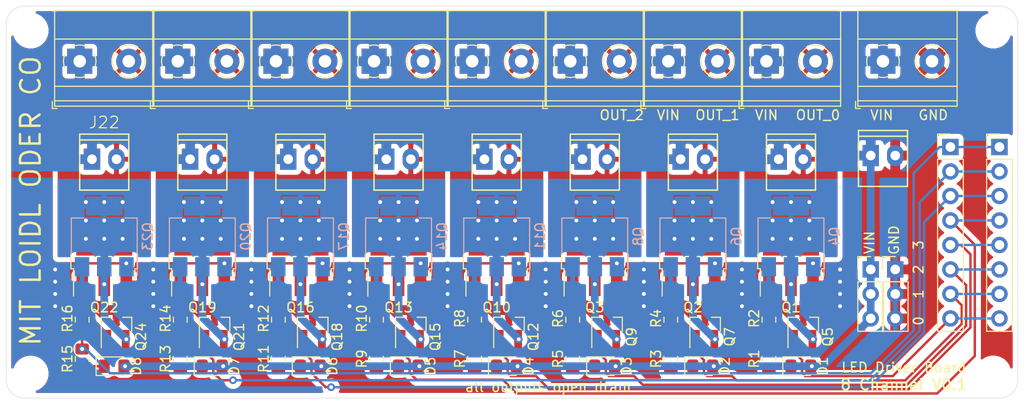
<source format=kicad_pcb>
(kicad_pcb (version 20171130) (host pcbnew "(5.1.0-rc2-41-g6b3e9b0ed)")
  (title_block (title "LED Driver Board 8_Channel") (date 2020-04-23) (rev V0.1) (comment 4 "Author: Paul Pritz"))
  (layers (0 F.Cu signal) (31 B.Cu signal) (34 B.Paste user) (35 F.Paste user) (36 B.SilkS user) (37 F.SilkS user) (38 B.Mask user) (39 F.Mask user) (44 Edge.Cuts user))
  (net 0 "")
  (net 1 "Net-(Q1-Pad1)")
  (net 2 "Net-(D1-Pad1)")
  (net 3 /IN_0)
  (net 4 VIN)
  (net 5 "Net-(D2-Pad1)")
  (net 6 "Net-(D3-Pad1)")
  (net 7 GND)
  (net 8 /IN_1)
  (net 9 /IN_2)
  (net 10 /OUT_1)
  (net 11 /OUT_2)
  (net 12 /OUT_0)
  (net 13 "Net-(Q2-Pad1)")
  (net 14 "Net-(Q3-Pad1)")
  (net 15 "Net-(D4-Pad1)")
  (net 16 "Net-(Q10-Pad1)")
  (net 17 /IN_3)
  (net 18 /OUT_3)
  (net 19 "Net-(D5-Pad1)")
  (net 20 "Net-(D6-Pad1)")
  (net 21 "Net-(D7-Pad1)")
  (net 22 "Net-(D8-Pad1)")
  (net 23 /IN_4)
  (net 24 /IN_5)
  (net 25 /IN_6)
  (net 26 /IN_7)
  (net 27 /OUT_4)
  (net 28 /OUT_5)
  (net 29 /OUT_6)
  (net 30 /OUT_7)
  (net 31 "Net-(Q13-Pad1)")
  (net 32 "Net-(Q16-Pad1)")
  (net 33 "Net-(Q19-Pad1)")
  (net 34 "Net-(Q22-Pad1)")
  (module Resistor_SMD:R_0805_2012Metric_Pad1.15x1.40mm_HandSolder (layer F.Cu) (at 42.164 138.557 270)
    (fp_text reference R16 (at -0.127 1.524 270) (layer F.SilkS))
    (fp_text value R)
    (pad 2 smd roundrect (at 1.025 0 270) (size 1.15 1.4) (layers F.Cu F.Paste F.Mask) (roundrect_rratio 0.217391) (net 26 /IN_7))
    (pad 1 smd roundrect (at -1.025 0 270) (size 1.15 1.4) (layers F.Cu F.Paste F.Mask) (roundrect_rratio 0.217391) (net 34 "Net-(Q22-Pad1)"))
  )
  (module Resistor_SMD:R_0805_2012Metric_Pad1.15x1.40mm_HandSolder (layer F.Cu) (at 42.164 142.621 270)
    (fp_text reference R15 (at 0 1.524 270) (layer F.SilkS))
    (fp_text value R)
    (pad 2 smd roundrect (at 1.025 0 270) (size 1.15 1.4) (layers F.Cu F.Paste F.Mask) (roundrect_rratio 0.217391) (net 22 "Net-(D8-Pad1)"))
    (pad 1 smd roundrect (at -1.025 0 270) (size 1.15 1.4) (layers F.Cu F.Paste F.Mask) (roundrect_rratio 0.217391) (net 26 /IN_7))
  )
  (module Resistor_SMD:R_0805_2012Metric_Pad1.15x1.40mm_HandSolder (layer F.Cu) (at 52.324 138.557 270)
    (fp_text reference R14 (at -0.127 1.524 270) (layer F.SilkS))
    (fp_text value R)
    (pad 2 smd roundrect (at 1.025 0 270) (size 1.15 1.4) (layers F.Cu F.Paste F.Mask) (roundrect_rratio 0.217391) (net 25 /IN_6))
    (pad 1 smd roundrect (at -1.025 0 270) (size 1.15 1.4) (layers F.Cu F.Paste F.Mask) (roundrect_rratio 0.217391) (net 33 "Net-(Q19-Pad1)"))
  )
  (module Resistor_SMD:R_0805_2012Metric_Pad1.15x1.40mm_HandSolder (layer F.Cu) (at 52.324 142.621 270)
    (fp_text reference R13 (at 0 1.524 270) (layer F.SilkS))
    (fp_text value R)
    (pad 2 smd roundrect (at 1.025 0 270) (size 1.15 1.4) (layers F.Cu F.Paste F.Mask) (roundrect_rratio 0.217391) (net 21 "Net-(D7-Pad1)"))
    (pad 1 smd roundrect (at -1.025 0 270) (size 1.15 1.4) (layers F.Cu F.Paste F.Mask) (roundrect_rratio 0.217391) (net 25 /IN_6))
  )
  (module Resistor_SMD:R_0805_2012Metric_Pad1.15x1.40mm_HandSolder (layer F.Cu) (at 62.484 138.557 270)
    (fp_text reference R12 (at -0.127 1.524 270) (layer F.SilkS))
    (fp_text value R)
    (pad 2 smd roundrect (at 1.025 0 270) (size 1.15 1.4) (layers F.Cu F.Paste F.Mask) (roundrect_rratio 0.217391) (net 24 /IN_5))
    (pad 1 smd roundrect (at -1.025 0 270) (size 1.15 1.4) (layers F.Cu F.Paste F.Mask) (roundrect_rratio 0.217391) (net 32 "Net-(Q16-Pad1)"))
  )
  (module Resistor_SMD:R_0805_2012Metric_Pad1.15x1.40mm_HandSolder (layer F.Cu) (at 62.484 142.621 270)
    (fp_text reference R11 (at 0 1.524 270) (layer F.SilkS))
    (fp_text value R)
    (pad 2 smd roundrect (at 1.025 0 270) (size 1.15 1.4) (layers F.Cu F.Paste F.Mask) (roundrect_rratio 0.217391) (net 20 "Net-(D6-Pad1)"))
    (pad 1 smd roundrect (at -1.025 0 270) (size 1.15 1.4) (layers F.Cu F.Paste F.Mask) (roundrect_rratio 0.217391) (net 24 /IN_5))
  )
  (module Resistor_SMD:R_0805_2012Metric_Pad1.15x1.40mm_HandSolder (layer F.Cu) (at 72.644 138.557 270)
    (fp_text reference R10 (at -0.127 1.524 270) (layer F.SilkS))
    (fp_text value R)
    (pad 2 smd roundrect (at 1.025 0 270) (size 1.15 1.4) (layers F.Cu F.Paste F.Mask) (roundrect_rratio 0.217391) (net 23 /IN_4))
    (pad 1 smd roundrect (at -1.025 0 270) (size 1.15 1.4) (layers F.Cu F.Paste F.Mask) (roundrect_rratio 0.217391) (net 31 "Net-(Q13-Pad1)"))
  )
  (module Resistor_SMD:R_0805_2012Metric_Pad1.15x1.40mm_HandSolder (layer F.Cu) (at 72.644 142.621 270)
    (fp_text reference R9 (at 0 1.524 270) (layer F.SilkS))
    (fp_text value R)
    (pad 2 smd roundrect (at 1.025 0 270) (size 1.15 1.4) (layers F.Cu F.Paste F.Mask) (roundrect_rratio 0.217391) (net 19 "Net-(D5-Pad1)"))
    (pad 1 smd roundrect (at -1.025 0 270) (size 1.15 1.4) (layers F.Cu F.Paste F.Mask) (roundrect_rratio 0.217391) (net 23 /IN_4))
  )
  (module Package_TO_SOT_SMD:SOT-23_Handsoldering (layer F.Cu) (at 45.72 139.065 90)
    (fp_text reference Q24 (at -1.27 2.54 90) (layer F.SilkS))
    (fp_text value Q_NMOS_GDSD)
    (pad 3 smd rect (at 1.5 0 90) (size 1.9 0.8) (layers F.Cu F.Paste F.Mask) (net 7 GND))
    (pad 2 smd rect (at -1.5 0.95 90) (size 1.9 0.8) (layers F.Cu F.Paste F.Mask) (net 30 /OUT_7))
    (pad 1 smd rect (at -1.5 -0.95 90) (size 1.9 0.8) (layers F.Cu F.Paste F.Mask) (net 34 "Net-(Q22-Pad1)"))
  )
  (module Package_TO_SOT_SMD:SOT-223-3_TabPin2 (layer B.Cu) (at 44.45 129.921 90)
    (fp_text reference Q23 (at 0 4.5 90) (layer B.SilkS) (effects (justify mirror)))
    (fp_text value Q_NMOS_GDSD)
    (pad 1 smd rect (at -3.15 2.3 90) (size 2 1.5) (layers B.Cu B.Paste B.Mask) (net 34 "Net-(Q22-Pad1)"))
    (pad 3 smd rect (at -3.15 -2.3 90) (size 2 1.5) (layers B.Cu B.Paste B.Mask) (net 7 GND))
    (pad 2 smd rect (at -3.15 0 90) (size 2 1.5) (layers B.Cu B.Paste B.Mask) (net 30 /OUT_7))
    (pad 2 smd rect (at 3.15 0 90) (size 2 3.8) (layers B.Cu B.Paste B.Mask) (net 30 /OUT_7))
  )
  (module Package_TO_SOT_SMD:TO-252-3_TabPin4 (layer F.Cu) (at 44.45 130.81 90)
    (fp_text reference Q22 (at -6.477 0 180) (layer F.SilkS))
    (fp_text value Q_NMOS_GDSD)
    (pad 4 smd rect (at 2.1 0 90) (size 6.4 5.8) (layers F.Cu F.Mask) (net 30 /OUT_7))
    (pad 3 smd rect (at -4.2 2.28 90) (size 2.2 1.2) (layers F.Cu F.Paste F.Mask) (net 7 GND))
    (pad 2 smd rect (at -4.2 0 90) (size 2.2 1.2) (layers F.Cu F.Paste F.Mask) (net 30 /OUT_7))
    (pad 1 smd rect (at -4.2 -2.28 90) (size 2.2 1.2) (layers F.Cu F.Paste F.Mask) (net 34 "Net-(Q22-Pad1)"))
  )
  (module Package_TO_SOT_SMD:SOT-23_Handsoldering (layer F.Cu) (at 55.88 139.065 90)
    (fp_text reference Q21 (at -1.27 2.54 90) (layer F.SilkS))
    (fp_text value Q_NMOS_GDSD)
    (pad 3 smd rect (at 1.5 0 90) (size 1.9 0.8) (layers F.Cu F.Paste F.Mask) (net 7 GND))
    (pad 2 smd rect (at -1.5 0.95 90) (size 1.9 0.8) (layers F.Cu F.Paste F.Mask) (net 29 /OUT_6))
    (pad 1 smd rect (at -1.5 -0.95 90) (size 1.9 0.8) (layers F.Cu F.Paste F.Mask) (net 33 "Net-(Q19-Pad1)"))
  )
  (module Package_TO_SOT_SMD:SOT-223-3_TabPin2 (layer B.Cu) (at 54.61 129.921 90)
    (fp_text reference Q20 (at 0 4.5 90) (layer B.SilkS) (effects (justify mirror)))
    (fp_text value Q_NMOS_GDSD)
    (pad 1 smd rect (at -3.15 2.3 90) (size 2 1.5) (layers B.Cu B.Paste B.Mask) (net 33 "Net-(Q19-Pad1)"))
    (pad 3 smd rect (at -3.15 -2.3 90) (size 2 1.5) (layers B.Cu B.Paste B.Mask) (net 7 GND))
    (pad 2 smd rect (at -3.15 0 90) (size 2 1.5) (layers B.Cu B.Paste B.Mask) (net 29 /OUT_6))
    (pad 2 smd rect (at 3.15 0 90) (size 2 3.8) (layers B.Cu B.Paste B.Mask) (net 29 /OUT_6))
  )
  (module Package_TO_SOT_SMD:TO-252-3_TabPin4 (layer F.Cu) (at 54.61 130.81 90)
    (fp_text reference Q19 (at -6.477 0 180) (layer F.SilkS))
    (fp_text value Q_NMOS_GDSD)
    (pad 4 smd rect (at 2.1 0 90) (size 6.4 5.8) (layers F.Cu F.Mask) (net 29 /OUT_6))
    (pad 3 smd rect (at -4.2 2.28 90) (size 2.2 1.2) (layers F.Cu F.Paste F.Mask) (net 7 GND))
    (pad 2 smd rect (at -4.2 0 90) (size 2.2 1.2) (layers F.Cu F.Paste F.Mask) (net 29 /OUT_6))
    (pad 1 smd rect (at -4.2 -2.28 90) (size 2.2 1.2) (layers F.Cu F.Paste F.Mask) (net 33 "Net-(Q19-Pad1)"))
  )
  (module Package_TO_SOT_SMD:SOT-23_Handsoldering (layer F.Cu) (at 66.04 139.065 90)
    (fp_text reference Q18 (at -1.27 2.54 90) (layer F.SilkS))
    (fp_text value Q_NMOS_GDSD)
    (pad 3 smd rect (at 1.5 0 90) (size 1.9 0.8) (layers F.Cu F.Paste F.Mask) (net 7 GND))
    (pad 2 smd rect (at -1.5 0.95 90) (size 1.9 0.8) (layers F.Cu F.Paste F.Mask) (net 28 /OUT_5))
    (pad 1 smd rect (at -1.5 -0.95 90) (size 1.9 0.8) (layers F.Cu F.Paste F.Mask) (net 32 "Net-(Q16-Pad1)"))
  )
  (module Package_TO_SOT_SMD:SOT-223-3_TabPin2 (layer B.Cu) (at 64.77 129.921 90)
    (fp_text reference Q17 (at 0 4.5 90) (layer B.SilkS) (effects (justify mirror)))
    (fp_text value Q_NMOS_GDSD)
    (pad 1 smd rect (at -3.15 2.3 90) (size 2 1.5) (layers B.Cu B.Paste B.Mask) (net 32 "Net-(Q16-Pad1)"))
    (pad 3 smd rect (at -3.15 -2.3 90) (size 2 1.5) (layers B.Cu B.Paste B.Mask) (net 7 GND))
    (pad 2 smd rect (at -3.15 0 90) (size 2 1.5) (layers B.Cu B.Paste B.Mask) (net 28 /OUT_5))
    (pad 2 smd rect (at 3.15 0 90) (size 2 3.8) (layers B.Cu B.Paste B.Mask) (net 28 /OUT_5))
  )
  (module Package_TO_SOT_SMD:TO-252-3_TabPin4 (layer F.Cu) (at 64.77 130.81 90)
    (fp_text reference Q16 (at -6.477 0 180) (layer F.SilkS))
    (fp_text value Q_NMOS_GDSD)
    (pad 4 smd rect (at 2.1 0 90) (size 6.4 5.8) (layers F.Cu F.Mask) (net 28 /OUT_5))
    (pad 3 smd rect (at -4.2 2.28 90) (size 2.2 1.2) (layers F.Cu F.Paste F.Mask) (net 7 GND))
    (pad 2 smd rect (at -4.2 0 90) (size 2.2 1.2) (layers F.Cu F.Paste F.Mask) (net 28 /OUT_5))
    (pad 1 smd rect (at -4.2 -2.28 90) (size 2.2 1.2) (layers F.Cu F.Paste F.Mask) (net 32 "Net-(Q16-Pad1)"))
  )
  (module Package_TO_SOT_SMD:SOT-23_Handsoldering (layer F.Cu) (at 76.2 139.065 90)
    (fp_text reference Q15 (at -1.27 2.54 90) (layer F.SilkS))
    (fp_text value Q_NMOS_GDSD)
    (pad 3 smd rect (at 1.5 0 90) (size 1.9 0.8) (layers F.Cu F.Paste F.Mask) (net 7 GND))
    (pad 2 smd rect (at -1.5 0.95 90) (size 1.9 0.8) (layers F.Cu F.Paste F.Mask) (net 27 /OUT_4))
    (pad 1 smd rect (at -1.5 -0.95 90) (size 1.9 0.8) (layers F.Cu F.Paste F.Mask) (net 31 "Net-(Q13-Pad1)"))
  )
  (module Package_TO_SOT_SMD:SOT-223-3_TabPin2 (layer B.Cu) (at 74.93 129.921 90)
    (fp_text reference Q14 (at 0 4.5 90) (layer B.SilkS) (effects (justify mirror)))
    (fp_text value Q_NMOS_GDSD)
    (pad 1 smd rect (at -3.15 2.3 90) (size 2 1.5) (layers B.Cu B.Paste B.Mask) (net 31 "Net-(Q13-Pad1)"))
    (pad 3 smd rect (at -3.15 -2.3 90) (size 2 1.5) (layers B.Cu B.Paste B.Mask) (net 7 GND))
    (pad 2 smd rect (at -3.15 0 90) (size 2 1.5) (layers B.Cu B.Paste B.Mask) (net 27 /OUT_4))
    (pad 2 smd rect (at 3.15 0 90) (size 2 3.8) (layers B.Cu B.Paste B.Mask) (net 27 /OUT_4))
  )
  (module Package_TO_SOT_SMD:TO-252-3_TabPin4 (layer F.Cu) (at 74.93 130.81 90)
    (fp_text reference Q13 (at -6.477 0 180) (layer F.SilkS))
    (fp_text value Q_NMOS_GDSD)
    (pad 4 smd rect (at 2.1 0 90) (size 6.4 5.8) (layers F.Cu F.Mask) (net 27 /OUT_4))
    (pad 3 smd rect (at -4.2 2.28 90) (size 2.2 1.2) (layers F.Cu F.Paste F.Mask) (net 7 GND))
    (pad 2 smd rect (at -4.2 0 90) (size 2.2 1.2) (layers F.Cu F.Paste F.Mask) (net 27 /OUT_4))
    (pad 1 smd rect (at -4.2 -2.28 90) (size 2.2 1.2) (layers F.Cu F.Paste F.Mask) (net 31 "Net-(Q13-Pad1)"))
  )
  (module Connectors_IFS:KF2510-A-2P-M-TH-V (layer F.Cu) (at 44.45 121.92)
    (fp_text reference J22 (at 0 -3.81) (layer F.SilkS) (effects (font (size 1.2 1.2) (thickness 0.12))))
    (fp_text value Conn_01x02)
    (pad 2 thru_hole oval (at 1.27 0) (size 1.7 2.2) (drill 1) (layers *.Cu *.Mask) (net 30 /OUT_7))
    (pad 1 thru_hole rect (at -1.27 0) (size 1.7 2.2) (drill 1) (layers *.Cu *.Mask) (net 4 VIN))
  )
  (module TerminalBlock_Phoenix:TerminalBlock_Phoenix_MKDS-1,5-2-5.08_1x02_P5.08mm_Horizontal (layer F.Cu) (at 41.91 111.76)
    (fp_text reference J21 hide)
    (fp_text value Conn_01x02)
    (pad 2 thru_hole circle (at 5.08 0) (size 2.6 2.6) (drill 1.3) (layers *.Cu *.Mask) (net 30 /OUT_7))
    (pad 1 thru_hole rect (at 0 0) (size 2.6 2.6) (drill 1.3) (layers *.Cu *.Mask) (net 4 VIN))
  )
  (module Connectors_IFS:KF2510-A-2P-M-TH-V (layer F.Cu) (at 54.61 121.92)
    (fp_text reference J20 hide)
    (fp_text value Conn_01x02)
    (pad 2 thru_hole oval (at 1.27 0) (size 1.7 2.2) (drill 1) (layers *.Cu *.Mask) (net 29 /OUT_6))
    (pad 1 thru_hole rect (at -1.27 0) (size 1.7 2.2) (drill 1) (layers *.Cu *.Mask) (net 4 VIN))
  )
  (module TerminalBlock_Phoenix:TerminalBlock_Phoenix_MKDS-1,5-2-5.08_1x02_P5.08mm_Horizontal (layer F.Cu) (at 52.07 111.76)
    (fp_text reference J19 hide)
    (fp_text value Conn_01x02)
    (pad 2 thru_hole circle (at 5.08 0) (size 2.6 2.6) (drill 1.3) (layers *.Cu *.Mask) (net 29 /OUT_6))
    (pad 1 thru_hole rect (at 0 0) (size 2.6 2.6) (drill 1.3) (layers *.Cu *.Mask) (net 4 VIN))
  )
  (module Connectors_IFS:KF2510-A-2P-M-TH-V (layer F.Cu) (at 64.77 121.92)
    (fp_text reference J18 hide)
    (fp_text value Conn_01x02)
    (pad 2 thru_hole oval (at 1.27 0) (size 1.7 2.2) (drill 1) (layers *.Cu *.Mask) (net 28 /OUT_5))
    (pad 1 thru_hole rect (at -1.27 0) (size 1.7 2.2) (drill 1) (layers *.Cu *.Mask) (net 4 VIN))
  )
  (module TerminalBlock_Phoenix:TerminalBlock_Phoenix_MKDS-1,5-2-5.08_1x02_P5.08mm_Horizontal (layer F.Cu) (at 62.23 111.76)
    (fp_text reference J17 hide)
    (fp_text value Conn_01x02)
    (pad 2 thru_hole circle (at 5.08 0) (size 2.6 2.6) (drill 1.3) (layers *.Cu *.Mask) (net 28 /OUT_5))
    (pad 1 thru_hole rect (at 0 0) (size 2.6 2.6) (drill 1.3) (layers *.Cu *.Mask) (net 4 VIN))
  )
  (module Connectors_IFS:KF2510-A-2P-M-TH-V (layer F.Cu) (at 74.93 121.92)
    (fp_text reference J16 hide)
    (fp_text value Conn_01x02)
    (pad 2 thru_hole oval (at 1.27 0) (size 1.7 2.2) (drill 1) (layers *.Cu *.Mask) (net 27 /OUT_4))
    (pad 1 thru_hole rect (at -1.27 0) (size 1.7 2.2) (drill 1) (layers *.Cu *.Mask) (net 4 VIN))
  )
  (module TerminalBlock_Phoenix:TerminalBlock_Phoenix_MKDS-1,5-2-5.08_1x02_P5.08mm_Horizontal (layer F.Cu) (at 72.39 111.76)
    (fp_text reference J15 hide)
    (fp_text value Conn_01x02)
    (pad 2 thru_hole circle (at 5.08 0) (size 2.6 2.6) (drill 1.3) (layers *.Cu *.Mask) (net 27 /OUT_4))
    (pad 1 thru_hole rect (at 0 0) (size 2.6 2.6) (drill 1.3) (layers *.Cu *.Mask) (net 4 VIN))
  )
  (module Connector_PinHeader_2.54mm:PinHeader_1x08_P2.54mm_Vertical (layer F.Cu) (at 137.16 120.65)
    (fp_text reference J10 hide)
    (fp_text value Conn_01x08)
    (pad 8 thru_hole oval (at 0 17.78) (size 1.7 1.7) (drill 1) (layers *.Cu *.Mask) (net 3 /IN_0))
    (pad 7 thru_hole oval (at 0 15.24) (size 1.7 1.7) (drill 1) (layers *.Cu *.Mask) (net 8 /IN_1))
    (pad 6 thru_hole oval (at 0 12.7) (size 1.7 1.7) (drill 1) (layers *.Cu *.Mask) (net 9 /IN_2))
    (pad 5 thru_hole oval (at 0 10.16) (size 1.7 1.7) (drill 1) (layers *.Cu *.Mask) (net 17 /IN_3))
    (pad 4 thru_hole oval (at 0 7.62) (size 1.7 1.7) (drill 1) (layers *.Cu *.Mask) (net 23 /IN_4))
    (pad 3 thru_hole oval (at 0 5.08) (size 1.7 1.7) (drill 1) (layers *.Cu *.Mask) (net 24 /IN_5))
    (pad 2 thru_hole oval (at 0 2.54) (size 1.7 1.7) (drill 1) (layers *.Cu *.Mask) (net 25 /IN_6))
    (pad 1 thru_hole rect (at 0 0) (size 1.7 1.7) (drill 1) (layers *.Cu *.Mask) (net 26 /IN_7))
  )
  (module Connector_PinHeader_2.54mm:PinHeader_1x08_P2.54mm_Vertical (layer F.Cu) (at 132.08 120.65)
    (fp_text reference J2 hide)
    (fp_text value Conn_01x08)
    (pad 8 thru_hole oval (at 0 17.78) (size 1.7 1.7) (drill 1) (layers *.Cu *.Mask) (net 3 /IN_0))
    (pad 7 thru_hole oval (at 0 15.24) (size 1.7 1.7) (drill 1) (layers *.Cu *.Mask) (net 8 /IN_1))
    (pad 6 thru_hole oval (at 0 12.7) (size 1.7 1.7) (drill 1) (layers *.Cu *.Mask) (net 9 /IN_2))
    (pad 5 thru_hole oval (at 0 10.16) (size 1.7 1.7) (drill 1) (layers *.Cu *.Mask) (net 17 /IN_3))
    (pad 4 thru_hole oval (at 0 7.62) (size 1.7 1.7) (drill 1) (layers *.Cu *.Mask) (net 23 /IN_4))
    (pad 3 thru_hole oval (at 0 5.08) (size 1.7 1.7) (drill 1) (layers *.Cu *.Mask) (net 24 /IN_5))
    (pad 2 thru_hole oval (at 0 2.54) (size 1.7 1.7) (drill 1) (layers *.Cu *.Mask) (net 25 /IN_6))
    (pad 1 thru_hole rect (at 0 0) (size 1.7 1.7) (drill 1) (layers *.Cu *.Mask) (net 26 /IN_7))
  )
  (module LED_SMD:LED_0805_2012Metric_Pad1.15x1.40mm_HandSolder (layer F.Cu) (at 45.466 143.383)
    (fp_text reference D8 (at 2.286 0 90) (layer F.SilkS))
    (fp_text value LED)
    (pad 2 smd roundrect (at 1.025 0) (size 1.15 1.4) (layers F.Cu F.Paste F.Mask) (roundrect_rratio 0.217391) (net 4 VIN))
    (pad 1 smd roundrect (at -1.025 0) (size 1.15 1.4) (layers F.Cu F.Paste F.Mask) (roundrect_rratio 0.217391) (net 22 "Net-(D8-Pad1)"))
  )
  (module LED_SMD:LED_0805_2012Metric_Pad1.15x1.40mm_HandSolder (layer F.Cu) (at 55.626 143.383)
    (fp_text reference D7 (at 2.286 0 90) (layer F.SilkS))
    (fp_text value LED)
    (pad 2 smd roundrect (at 1.025 0) (size 1.15 1.4) (layers F.Cu F.Paste F.Mask) (roundrect_rratio 0.217391) (net 4 VIN))
    (pad 1 smd roundrect (at -1.025 0) (size 1.15 1.4) (layers F.Cu F.Paste F.Mask) (roundrect_rratio 0.217391) (net 21 "Net-(D7-Pad1)"))
  )
  (module LED_SMD:LED_0805_2012Metric_Pad1.15x1.40mm_HandSolder (layer F.Cu) (at 65.786 143.383)
    (fp_text reference D6 (at 2.286 0 90) (layer F.SilkS))
    (fp_text value LED)
    (pad 2 smd roundrect (at 1.025 0) (size 1.15 1.4) (layers F.Cu F.Paste F.Mask) (roundrect_rratio 0.217391) (net 4 VIN))
    (pad 1 smd roundrect (at -1.025 0) (size 1.15 1.4) (layers F.Cu F.Paste F.Mask) (roundrect_rratio 0.217391) (net 20 "Net-(D6-Pad1)"))
  )
  (module LED_SMD:LED_0805_2012Metric_Pad1.15x1.40mm_HandSolder (layer F.Cu) (at 75.946 143.383)
    (fp_text reference D5 (at 2.286 0 90) (layer F.SilkS))
    (fp_text value LED)
    (pad 2 smd roundrect (at 1.025 0) (size 1.15 1.4) (layers F.Cu F.Paste F.Mask) (roundrect_rratio 0.217391) (net 4 VIN))
    (pad 1 smd roundrect (at -1.025 0) (size 1.15 1.4) (layers F.Cu F.Paste F.Mask) (roundrect_rratio 0.217391) (net 19 "Net-(D5-Pad1)"))
  )
  (module Resistor_SMD:R_0805_2012Metric_Pad1.15x1.40mm_HandSolder (layer F.Cu) (at 82.804 138.557 270)
    (fp_text reference R8 (at -0.127 1.524 270) (layer F.SilkS))
    (fp_text value R)
    (pad 2 smd roundrect (at 1.025 0 270) (size 1.15 1.4) (layers F.Cu F.Paste F.Mask) (roundrect_rratio 0.217391) (net 17 /IN_3))
    (pad 1 smd roundrect (at -1.025 0 270) (size 1.15 1.4) (layers F.Cu F.Paste F.Mask) (roundrect_rratio 0.217391) (net 16 "Net-(Q10-Pad1)"))
  )
  (module Resistor_SMD:R_0805_2012Metric_Pad1.15x1.40mm_HandSolder (layer F.Cu) (at 82.804 142.621 270)
    (fp_text reference R7 (at 0 1.524 270) (layer F.SilkS))
    (fp_text value R)
    (pad 2 smd roundrect (at 1.025 0 270) (size 1.15 1.4) (layers F.Cu F.Paste F.Mask) (roundrect_rratio 0.217391) (net 15 "Net-(D4-Pad1)"))
    (pad 1 smd roundrect (at -1.025 0 270) (size 1.15 1.4) (layers F.Cu F.Paste F.Mask) (roundrect_rratio 0.217391) (net 17 /IN_3))
  )
  (module Package_TO_SOT_SMD:SOT-23_Handsoldering (layer F.Cu) (at 86.36 139.065 90)
    (fp_text reference Q12 (at -1.27 2.54 90) (layer F.SilkS))
    (fp_text value Q_NMOS_GDSD)
    (pad 3 smd rect (at 1.5 0 90) (size 1.9 0.8) (layers F.Cu F.Paste F.Mask) (net 7 GND))
    (pad 2 smd rect (at -1.5 0.95 90) (size 1.9 0.8) (layers F.Cu F.Paste F.Mask) (net 18 /OUT_3))
    (pad 1 smd rect (at -1.5 -0.95 90) (size 1.9 0.8) (layers F.Cu F.Paste F.Mask) (net 16 "Net-(Q10-Pad1)"))
  )
  (module Package_TO_SOT_SMD:SOT-223-3_TabPin2 (layer B.Cu) (at 85.09 129.921 90)
    (fp_text reference Q11 (at 0 4.5 90) (layer B.SilkS) (effects (justify mirror)))
    (fp_text value Q_NMOS_GDSD)
    (pad 1 smd rect (at -3.15 2.3 90) (size 2 1.5) (layers B.Cu B.Paste B.Mask) (net 16 "Net-(Q10-Pad1)"))
    (pad 3 smd rect (at -3.15 -2.3 90) (size 2 1.5) (layers B.Cu B.Paste B.Mask) (net 7 GND))
    (pad 2 smd rect (at -3.15 0 90) (size 2 1.5) (layers B.Cu B.Paste B.Mask) (net 18 /OUT_3))
    (pad 2 smd rect (at 3.15 0 90) (size 2 3.8) (layers B.Cu B.Paste B.Mask) (net 18 /OUT_3))
  )
  (module Package_TO_SOT_SMD:TO-252-3_TabPin4 (layer F.Cu) (at 85.09 130.81 90)
    (fp_text reference Q10 (at -6.477 0 180) (layer F.SilkS))
    (fp_text value Q_NMOS_GDSD)
    (pad 4 smd rect (at 2.1 0 90) (size 6.4 5.8) (layers F.Cu F.Mask) (net 18 /OUT_3))
    (pad 3 smd rect (at -4.2 2.28 90) (size 2.2 1.2) (layers F.Cu F.Paste F.Mask) (net 7 GND))
    (pad 2 smd rect (at -4.2 0 90) (size 2.2 1.2) (layers F.Cu F.Paste F.Mask) (net 18 /OUT_3))
    (pad 1 smd rect (at -4.2 -2.28 90) (size 2.2 1.2) (layers F.Cu F.Paste F.Mask) (net 16 "Net-(Q10-Pad1)"))
  )
  (module Connectors_IFS:KF2510-A-2P-M-TH-V (layer F.Cu) (at 85.09 121.92)
    (fp_text reference J14 hide)
    (fp_text value Conn_01x02)
    (pad 2 thru_hole oval (at 1.27 0) (size 1.7 2.2) (drill 1) (layers *.Cu *.Mask) (net 18 /OUT_3))
    (pad 1 thru_hole rect (at -1.27 0) (size 1.7 2.2) (drill 1) (layers *.Cu *.Mask) (net 4 VIN))
  )
  (module TerminalBlock_Phoenix:TerminalBlock_Phoenix_MKDS-1,5-2-5.08_1x02_P5.08mm_Horizontal (layer F.Cu) (at 82.55 111.76)
    (fp_text reference J13 hide)
    (fp_text value Conn_01x02)
    (pad 2 thru_hole circle (at 5.08 0) (size 2.6 2.6) (drill 1.3) (layers *.Cu *.Mask) (net 18 /OUT_3))
    (pad 1 thru_hole rect (at 0 0) (size 2.6 2.6) (drill 1.3) (layers *.Cu *.Mask) (net 4 VIN))
  )
  (module LED_SMD:LED_0805_2012Metric_Pad1.15x1.40mm_HandSolder (layer F.Cu) (at 86.106 143.383)
    (fp_text reference D4 (at 2.286 0 90) (layer F.SilkS))
    (fp_text value LED)
    (pad 2 smd roundrect (at 1.025 0) (size 1.15 1.4) (layers F.Cu F.Paste F.Mask) (roundrect_rratio 0.217391) (net 4 VIN))
    (pad 1 smd roundrect (at -1.025 0) (size 1.15 1.4) (layers F.Cu F.Paste F.Mask) (roundrect_rratio 0.217391) (net 15 "Net-(D4-Pad1)"))
  )
  (module Resistor_SMD:R_0805_2012Metric_Pad1.15x1.40mm_HandSolder (layer F.Cu) (at 103.124 142.621 270)
    (fp_text reference R3 (at 0 1.524 270) (layer F.SilkS))
    (fp_text value R)
    (pad 2 smd roundrect (at 1.025 0 270) (size 1.15 1.4) (layers F.Cu F.Paste F.Mask) (roundrect_rratio 0.217391) (net 5 "Net-(D2-Pad1)"))
    (pad 1 smd roundrect (at -1.025 0 270) (size 1.15 1.4) (layers F.Cu F.Paste F.Mask) (roundrect_rratio 0.217391) (net 8 /IN_1))
  )
  (module Package_TO_SOT_SMD:SOT-23_Handsoldering (layer F.Cu) (at 96.52 139.065 90)
    (fp_text reference Q9 (at -1.27 2.54 90) (layer F.SilkS))
    (fp_text value Q_NMOS_GDSD)
    (pad 3 smd rect (at 1.5 0 90) (size 1.9 0.8) (layers F.Cu F.Paste F.Mask) (net 7 GND))
    (pad 2 smd rect (at -1.5 0.95 90) (size 1.9 0.8) (layers F.Cu F.Paste F.Mask) (net 11 /OUT_2))
    (pad 1 smd rect (at -1.5 -0.95 90) (size 1.9 0.8) (layers F.Cu F.Paste F.Mask) (net 14 "Net-(Q3-Pad1)"))
  )
  (module Package_TO_SOT_SMD:SOT-223-3_TabPin2 (layer B.Cu) (at 95.25 129.921 90)
    (fp_text reference Q8 (at 0 4.5 90) (layer B.SilkS) (effects (justify mirror)))
    (fp_text value Q_NMOS_GDSD)
    (pad 1 smd rect (at -3.15 2.3 90) (size 2 1.5) (layers B.Cu B.Paste B.Mask) (net 14 "Net-(Q3-Pad1)"))
    (pad 3 smd rect (at -3.15 -2.3 90) (size 2 1.5) (layers B.Cu B.Paste B.Mask) (net 7 GND))
    (pad 2 smd rect (at -3.15 0 90) (size 2 1.5) (layers B.Cu B.Paste B.Mask) (net 11 /OUT_2))
    (pad 2 smd rect (at 3.15 0 90) (size 2 3.8) (layers B.Cu B.Paste B.Mask) (net 11 /OUT_2))
  )
  (module Package_TO_SOT_SMD:SOT-23_Handsoldering (layer F.Cu) (at 106.68 139.065 90)
    (fp_text reference Q7 (at -1.27 2.54 90) (layer F.SilkS))
    (fp_text value Q_NMOS_GDSD)
    (pad 3 smd rect (at 1.5 0 90) (size 1.9 0.8) (layers F.Cu F.Paste F.Mask) (net 7 GND))
    (pad 2 smd rect (at -1.5 0.95 90) (size 1.9 0.8) (layers F.Cu F.Paste F.Mask) (net 10 /OUT_1))
    (pad 1 smd rect (at -1.5 -0.95 90) (size 1.9 0.8) (layers F.Cu F.Paste F.Mask) (net 13 "Net-(Q2-Pad1)"))
  )
  (module Package_TO_SOT_SMD:SOT-223-3_TabPin2 (layer B.Cu) (at 105.41 129.921 90)
    (fp_text reference Q6 (at 0 4.5 90) (layer B.SilkS) (effects (justify mirror)))
    (fp_text value Q_NMOS_GDSD)
    (pad 1 smd rect (at -3.15 2.3 90) (size 2 1.5) (layers B.Cu B.Paste B.Mask) (net 13 "Net-(Q2-Pad1)"))
    (pad 3 smd rect (at -3.15 -2.3 90) (size 2 1.5) (layers B.Cu B.Paste B.Mask) (net 7 GND))
    (pad 2 smd rect (at -3.15 0 90) (size 2 1.5) (layers B.Cu B.Paste B.Mask) (net 10 /OUT_1))
    (pad 2 smd rect (at 3.15 0 90) (size 2 3.8) (layers B.Cu B.Paste B.Mask) (net 10 /OUT_1))
  )
  (module Package_TO_SOT_SMD:SOT-23_Handsoldering (layer F.Cu) (at 116.84 139.065 90)
    (fp_text reference Q5 (at -1.27 2.54 90) (layer F.SilkS))
    (fp_text value Q_NMOS_GDSD)
    (pad 3 smd rect (at 1.5 0 90) (size 1.9 0.8) (layers F.Cu F.Paste F.Mask) (net 7 GND))
    (pad 2 smd rect (at -1.5 0.95 90) (size 1.9 0.8) (layers F.Cu F.Paste F.Mask) (net 12 /OUT_0))
    (pad 1 smd rect (at -1.5 -0.95 90) (size 1.9 0.8) (layers F.Cu F.Paste F.Mask) (net 1 "Net-(Q1-Pad1)"))
  )
  (module Package_TO_SOT_SMD:SOT-223-3_TabPin2 (layer B.Cu) (at 115.57 129.921 90)
    (fp_text reference Q4 (at 0 4.5 90) (layer B.SilkS) (effects (justify mirror)))
    (fp_text value Q_NMOS_GDSD)
    (pad 1 smd rect (at -3.15 2.3 90) (size 2 1.5) (layers B.Cu B.Paste B.Mask) (net 1 "Net-(Q1-Pad1)"))
    (pad 3 smd rect (at -3.15 -2.3 90) (size 2 1.5) (layers B.Cu B.Paste B.Mask) (net 7 GND))
    (pad 2 smd rect (at -3.15 0 90) (size 2 1.5) (layers B.Cu B.Paste B.Mask) (net 12 /OUT_0))
    (pad 2 smd rect (at 3.15 0 90) (size 2 3.8) (layers B.Cu B.Paste B.Mask) (net 12 /OUT_0))
  )
  (module Connector_PinHeader_2.54mm:PinHeader_1x03_P2.54mm_Vertical (layer F.Cu) (at 126.365 133.35)
    (fp_text reference J12 hide)
    (fp_text value Conn_01x03)
    (pad 3 thru_hole oval (at 0 5.08) (size 1.7 1.7) (drill 1) (layers *.Cu *.Mask) (net 7 GND))
    (pad 2 thru_hole oval (at 0 2.54) (size 1.7 1.7) (drill 1) (layers *.Cu *.Mask) (net 7 GND))
    (pad 1 thru_hole rect (at 0 0) (size 1.7 1.7) (drill 1) (layers *.Cu *.Mask) (net 7 GND))
  )
  (module Connector_PinHeader_2.54mm:PinHeader_1x03_P2.54mm_Vertical (layer F.Cu) (at 123.825 133.35)
    (fp_text reference J11 hide)
    (fp_text value Conn_01x03)
    (pad 3 thru_hole oval (at 0 5.08) (size 1.7 1.7) (drill 1) (layers *.Cu *.Mask) (net 4 VIN))
    (pad 2 thru_hole oval (at 0 2.54) (size 1.7 1.7) (drill 1) (layers *.Cu *.Mask) (net 4 VIN))
    (pad 1 thru_hole rect (at 0 0) (size 1.7 1.7) (drill 1) (layers *.Cu *.Mask) (net 4 VIN))
  )
  (module MountingHole:MountingHole_2.7mm (layer F.Cu) (at 36.83 144.145)
    (fp_text reference H4 hide)
    (fp_text value MountingHole)
    (pad 1 np_thru_hole circle (at 0 0) (size 2.7 2.7) (drill 2.7) (layers *.Cu *.Mask))
  )
  (module MountingHole:MountingHole_2.7mm (layer F.Cu) (at 136.525 144.145)
    (fp_text reference H3 hide)
    (fp_text value MountingHole)
    (pad 1 np_thru_hole circle (at 0 0) (size 2.7 2.7) (drill 2.7) (layers *.Cu *.Mask))
  )
  (module MountingHole:MountingHole_2.7mm (layer F.Cu) (at 36.83 108.585)
    (fp_text reference H2 hide)
    (fp_text value MountingHole)
    (pad 1 np_thru_hole circle (at 0 0) (size 2.7 2.7) (drill 2.7) (layers *.Cu *.Mask))
  )
  (module MountingHole:MountingHole_2.7mm (layer F.Cu) (at 136.525 108.585)
    (fp_text reference H1 hide)
    (fp_text value MountingHole)
    (pad 1 np_thru_hole circle (at 0 0) (size 2.7 2.7) (drill 2.7) (layers *.Cu *.Mask))
  )
  (module Resistor_SMD:R_0805_2012Metric_Pad1.15x1.40mm_HandSolder (layer F.Cu) (at 113.284 142.621 270)
    (fp_text reference R1 (at 0 1.524 270) (layer F.SilkS))
    (fp_text value R)
    (pad 2 smd roundrect (at 1.025 0 270) (size 1.15 1.4) (layers F.Cu F.Paste F.Mask) (roundrect_rratio 0.217391) (net 2 "Net-(D1-Pad1)"))
    (pad 1 smd roundrect (at -1.025 0 270) (size 1.15 1.4) (layers F.Cu F.Paste F.Mask) (roundrect_rratio 0.217391) (net 3 /IN_0))
  )
  (module Resistor_SMD:R_0805_2012Metric_Pad1.15x1.40mm_HandSolder (layer F.Cu) (at 92.964 138.557 270)
    (fp_text reference R6 (at -0.127 1.524 270) (layer F.SilkS))
    (fp_text value R)
    (pad 2 smd roundrect (at 1.025 0 270) (size 1.15 1.4) (layers F.Cu F.Paste F.Mask) (roundrect_rratio 0.217391) (net 9 /IN_2))
    (pad 1 smd roundrect (at -1.025 0 270) (size 1.15 1.4) (layers F.Cu F.Paste F.Mask) (roundrect_rratio 0.217391) (net 14 "Net-(Q3-Pad1)"))
  )
  (module Resistor_SMD:R_0805_2012Metric_Pad1.15x1.40mm_HandSolder (layer F.Cu) (at 92.964 142.621 270)
    (fp_text reference R5 (at 0 1.524 270) (layer F.SilkS))
    (fp_text value R)
    (pad 2 smd roundrect (at 1.025 0 270) (size 1.15 1.4) (layers F.Cu F.Paste F.Mask) (roundrect_rratio 0.217391) (net 6 "Net-(D3-Pad1)"))
    (pad 1 smd roundrect (at -1.025 0 270) (size 1.15 1.4) (layers F.Cu F.Paste F.Mask) (roundrect_rratio 0.217391) (net 9 /IN_2))
  )
  (module Resistor_SMD:R_0805_2012Metric_Pad1.15x1.40mm_HandSolder (layer F.Cu) (at 103.124 138.557 270)
    (fp_text reference R4 (at -0.127 1.524 270) (layer F.SilkS))
    (fp_text value R)
    (pad 2 smd roundrect (at 1.025 0 270) (size 1.15 1.4) (layers F.Cu F.Paste F.Mask) (roundrect_rratio 0.217391) (net 8 /IN_1))
    (pad 1 smd roundrect (at -1.025 0 270) (size 1.15 1.4) (layers F.Cu F.Paste F.Mask) (roundrect_rratio 0.217391) (net 13 "Net-(Q2-Pad1)"))
  )
  (module Package_TO_SOT_SMD:TO-252-3_TabPin4 (layer F.Cu) (at 95.25 130.81 90)
    (fp_text reference Q3 (at -6.477 0 180) (layer F.SilkS))
    (fp_text value Q_NMOS_GDSD)
    (pad 4 smd rect (at 2.1 0 90) (size 6.4 5.8) (layers F.Cu F.Mask) (net 11 /OUT_2))
    (pad 3 smd rect (at -4.2 2.28 90) (size 2.2 1.2) (layers F.Cu F.Paste F.Mask) (net 7 GND))
    (pad 2 smd rect (at -4.2 0 90) (size 2.2 1.2) (layers F.Cu F.Paste F.Mask) (net 11 /OUT_2))
    (pad 1 smd rect (at -4.2 -2.28 90) (size 2.2 1.2) (layers F.Cu F.Paste F.Mask) (net 14 "Net-(Q3-Pad1)"))
  )
  (module Package_TO_SOT_SMD:TO-252-3_TabPin4 (layer F.Cu) (at 105.41 130.81 90)
    (fp_text reference Q2 (at -6.477 0 180) (layer F.SilkS))
    (fp_text value Q_NMOS_GDSD)
    (pad 4 smd rect (at 2.1 0 90) (size 6.4 5.8) (layers F.Cu F.Mask) (net 10 /OUT_1))
    (pad 3 smd rect (at -4.2 2.28 90) (size 2.2 1.2) (layers F.Cu F.Paste F.Mask) (net 7 GND))
    (pad 2 smd rect (at -4.2 0 90) (size 2.2 1.2) (layers F.Cu F.Paste F.Mask) (net 10 /OUT_1))
    (pad 1 smd rect (at -4.2 -2.28 90) (size 2.2 1.2) (layers F.Cu F.Paste F.Mask) (net 13 "Net-(Q2-Pad1)"))
  )
  (module Connectors_IFS:KF2510-A-2P-M-TH-V (layer F.Cu) (at 125.095 121.539)
    (fp_text reference J9 hide)
    (fp_text value Conn_01x02)
    (pad 2 thru_hole oval (at 1.27 0) (size 1.7 2.2) (drill 1) (layers *.Cu *.Mask) (net 7 GND))
    (pad 1 thru_hole rect (at -1.27 0) (size 1.7 2.2) (drill 1) (layers *.Cu *.Mask) (net 4 VIN))
  )
  (module Connectors_IFS:KF2510-A-2P-M-TH-V (layer F.Cu) (at 115.57 121.92)
    (fp_text reference J8 hide)
    (fp_text value Conn_01x02)
    (pad 2 thru_hole oval (at 1.27 0) (size 1.7 2.2) (drill 1) (layers *.Cu *.Mask) (net 12 /OUT_0))
    (pad 1 thru_hole rect (at -1.27 0) (size 1.7 2.2) (drill 1) (layers *.Cu *.Mask) (net 4 VIN))
  )
  (module Connectors_IFS:KF2510-A-2P-M-TH-V (layer F.Cu) (at 95.25 121.92)
    (fp_text reference J7 hide)
    (fp_text value Conn_01x02)
    (pad 2 thru_hole oval (at 1.27 0) (size 1.7 2.2) (drill 1) (layers *.Cu *.Mask) (net 11 /OUT_2))
    (pad 1 thru_hole rect (at -1.27 0) (size 1.7 2.2) (drill 1) (layers *.Cu *.Mask) (net 4 VIN))
  )
  (module Connectors_IFS:KF2510-A-2P-M-TH-V (layer F.Cu) (at 105.41 121.92)
    (fp_text reference J6 hide)
    (fp_text value Conn_01x02)
    (pad 2 thru_hole oval (at 1.27 0) (size 1.7 2.2) (drill 1) (layers *.Cu *.Mask) (net 10 /OUT_1))
    (pad 1 thru_hole rect (at -1.27 0) (size 1.7 2.2) (drill 1) (layers *.Cu *.Mask) (net 4 VIN))
  )
  (module TerminalBlock_Phoenix:TerminalBlock_Phoenix_MKDS-1,5-2-5.08_1x02_P5.08mm_Horizontal (layer F.Cu) (at 113.03 111.76)
    (fp_text reference J5 hide)
    (fp_text value Conn_01x02)
    (pad 2 thru_hole circle (at 5.08 0) (size 2.6 2.6) (drill 1.3) (layers *.Cu *.Mask) (net 12 /OUT_0))
    (pad 1 thru_hole rect (at 0 0) (size 2.6 2.6) (drill 1.3) (layers *.Cu *.Mask) (net 4 VIN))
  )
  (module TerminalBlock_Phoenix:TerminalBlock_Phoenix_MKDS-1,5-2-5.08_1x02_P5.08mm_Horizontal (layer F.Cu) (at 92.71 111.76)
    (fp_text reference J4 hide)
    (fp_text value Conn_01x02)
    (pad 2 thru_hole circle (at 5.08 0) (size 2.6 2.6) (drill 1.3) (layers *.Cu *.Mask) (net 11 /OUT_2))
    (pad 1 thru_hole rect (at 0 0) (size 2.6 2.6) (drill 1.3) (layers *.Cu *.Mask) (net 4 VIN))
  )
  (module TerminalBlock_Phoenix:TerminalBlock_Phoenix_MKDS-1,5-2-5.08_1x02_P5.08mm_Horizontal (layer F.Cu) (at 102.87 111.76)
    (fp_text reference J3 hide)
    (fp_text value Conn_01x02)
    (pad 2 thru_hole circle (at 5.08 0) (size 2.6 2.6) (drill 1.3) (layers *.Cu *.Mask) (net 10 /OUT_1))
    (pad 1 thru_hole rect (at 0 0) (size 2.6 2.6) (drill 1.3) (layers *.Cu *.Mask) (net 4 VIN))
  )
  (module TerminalBlock_Phoenix:TerminalBlock_Phoenix_MKDS-1,5-2-5.08_1x02_P5.08mm_Horizontal (layer F.Cu) (at 125.095 111.76)
    (fp_text reference J1 hide)
    (fp_text value Conn_01x02)
    (pad 2 thru_hole circle (at 5.08 0) (size 2.6 2.6) (drill 1.3) (layers *.Cu *.Mask) (net 7 GND))
    (pad 1 thru_hole rect (at 0 0) (size 2.6 2.6) (drill 1.3) (layers *.Cu *.Mask) (net 4 VIN))
  )
  (module LED_SMD:LED_0805_2012Metric_Pad1.15x1.40mm_HandSolder (layer F.Cu) (at 96.266 143.383)
    (fp_text reference D3 (at 2.286 0 90) (layer F.SilkS))
    (fp_text value LED)
    (pad 2 smd roundrect (at 1.025 0) (size 1.15 1.4) (layers F.Cu F.Paste F.Mask) (roundrect_rratio 0.217391) (net 4 VIN))
    (pad 1 smd roundrect (at -1.025 0) (size 1.15 1.4) (layers F.Cu F.Paste F.Mask) (roundrect_rratio 0.217391) (net 6 "Net-(D3-Pad1)"))
  )
  (module LED_SMD:LED_0805_2012Metric_Pad1.15x1.40mm_HandSolder (layer F.Cu) (at 106.426 143.383)
    (fp_text reference D2 (at 2.286 0 90) (layer F.SilkS))
    (fp_text value LED)
    (pad 2 smd roundrect (at 1.025 0) (size 1.15 1.4) (layers F.Cu F.Paste F.Mask) (roundrect_rratio 0.217391) (net 4 VIN))
    (pad 1 smd roundrect (at -1.025 0) (size 1.15 1.4) (layers F.Cu F.Paste F.Mask) (roundrect_rratio 0.217391) (net 5 "Net-(D2-Pad1)"))
  )
  (module LED_SMD:LED_0805_2012Metric_Pad1.15x1.40mm_HandSolder (layer F.Cu) (at 116.586 143.383)
    (fp_text reference D1 (at 2.286 0 90) (layer F.SilkS))
    (fp_text value LED)
    (pad 2 smd roundrect (at 1.025 0) (size 1.15 1.4) (layers F.Cu F.Paste F.Mask) (roundrect_rratio 0.217391) (net 4 VIN))
    (pad 1 smd roundrect (at -1.025 0) (size 1.15 1.4) (layers F.Cu F.Paste F.Mask) (roundrect_rratio 0.217391) (net 2 "Net-(D1-Pad1)"))
  )
  (module Package_TO_SOT_SMD:TO-252-3_TabPin4 (layer F.Cu) (at 115.57 130.81 90)
    (fp_text reference Q1 (at -6.477 0 180) (layer F.SilkS))
    (fp_text value Q_NMOS_GDSD)
    (pad 4 smd rect (at 2.1 0 90) (size 6.4 5.8) (layers F.Cu F.Mask) (net 12 /OUT_0))
    (pad 3 smd rect (at -4.2 2.28 90) (size 2.2 1.2) (layers F.Cu F.Paste F.Mask) (net 7 GND))
    (pad 2 smd rect (at -4.2 0 90) (size 2.2 1.2) (layers F.Cu F.Paste F.Mask) (net 12 /OUT_0))
    (pad 1 smd rect (at -4.2 -2.28 90) (size 2.2 1.2) (layers F.Cu F.Paste F.Mask) (net 1 "Net-(Q1-Pad1)"))
  )
  (module Resistor_SMD:R_0805_2012Metric_Pad1.15x1.40mm_HandSolder (layer F.Cu) (at 113.284 138.557 270)
    (fp_text reference R2 (at -0.127 1.524 270) (layer F.SilkS))
    (fp_text value R)
    (pad 2 smd roundrect (at 1.025 0 270) (size 1.15 1.4) (layers F.Cu F.Paste F.Mask) (roundrect_rratio 0.217391) (net 3 /IN_0))
    (pad 1 smd roundrect (at -1.025 0 270) (size 1.15 1.4) (layers F.Cu F.Paste F.Mask) (roundrect_rratio 0.217391) (net 1 "Net-(Q1-Pad1)"))
  )
  (gr_arc (start 36.195 144.78) (end 34.29 144.78) (angle -90) (layer Edge.Cuts) (width 0.05))
  (gr_arc (start 36.195 107.95) (end 36.195 106.045) (angle -90) (layer Edge.Cuts) (width 0.05))
  (gr_arc (start 137.16 107.95) (end 139.065 107.95) (angle -90) (layer Edge.Cuts) (width 0.05))
  (gr_arc (start 137.16 144.78) (end 137.16 146.685) (angle -90) (layer Edge.Cuts) (width 0.05))
  (gr_text "8 Channel V0.1" (at 127.254 145.288) (layer F.SilkS) (effects (font (size 1.1176 1.1176) (thickness 0.1778))))
  (gr_text "LED Driver Board" (at 127.254 143.51) (layer F.SilkS) (effects (font (size 1 1))))
  (gr_text "MIT LOIDL ODER CO" (at 36.83 126.238 90) (layer F.SilkS) (effects (font (size 2.032 2.032) (thickness 0.254))))
  (gr_text 3 (at 128.778 130.81 90) (layer F.SilkS) (effects (font (size 1 1))))
  (gr_text 2 (at 128.778 133.35 90) (layer F.SilkS) (effects (font (size 1 1))))
  (gr_text 1 (at 128.778 135.89 90) (layer F.SilkS) (effects (font (size 1 1))))
  (gr_text 0 (at 128.778 138.684 90) (layer F.SilkS) (effects (font (size 1 1))))
  (gr_text "GND\n" (at 126.238 130.302 90) (layer F.SilkS) (effects (font (size 1 1))))
  (gr_text VIN (at 123.698 130.556 90) (layer F.SilkS) (effects (font (size 1 1))))
  (gr_text "OUT_0\n" (at 118.364 117.348) (layer F.SilkS) (effects (font (size 1 1))))
  (gr_text "OUT_1\n" (at 107.95 117.348) (layer F.SilkS) (effects (font (size 1 1))))
  (gr_text OUT_2 (at 98.044 117.348) (layer F.SilkS) (effects (font (size 1 1))))
  (gr_text VIN (at 102.87 117.348) (layer F.SilkS) (effects (font (size 1 1))))
  (gr_text VIN (at 113.03 117.348) (layer F.SilkS) (effects (font (size 1 1))))
  (gr_text "GND\n" (at 130.302 117.348) (layer F.SilkS) (effects (font (size 1 1))))
  (gr_text VIN (at 124.968 117.348) (layer F.SilkS) (effects (font (size 1 1))))
  (gr_line (start 139.065 107.95) (end 139.065 144.78) (layer Edge.Cuts) (width 0.05))
  (gr_line (start 34.29 107.95) (end 34.29 144.78) (layer Edge.Cuts) (width 0.05))
  (gr_text "all outputs open drain" (at 90.424 145.542) (layer F.SilkS) (effects (font (size 1 1))))
  (gr_line (start 36.195 106.045) (end 137.16 106.045) (layer Edge.Cuts) (width 0.05))
  (gr_line (start 36.195 146.685) (end 137.16 146.685) (layer Edge.Cuts) (width 0.05))
  (via (at 117.856 132.715) (size 0.8) (drill 0.4) (layers F.Cu B.Cu) (net 1))
  (segment (start 113.284 134.889) (end 113.29 134.883) (width 0.25) (layer F.Cu) (net 1))
  (segment (start 113.284 137.532) (end 113.284 134.889) (width 0.25) (layer F.Cu) (net 1))
  (segment (start 115.89 140.015) (end 113.407 137.532) (width 0.25) (layer F.Cu) (net 1))
  (segment (start 113.407 137.532) (end 113.284 137.532) (width 0.25) (layer F.Cu) (net 1))
  (segment (start 115.89 140.565) (end 115.89 140.015) (width 0.25) (layer F.Cu) (net 1))
  (segment (start 113.29 132.963) (end 113.538 132.715) (width 0.25) (layer F.Cu) (net 1))
  (segment (start 113.29 134.883) (end 113.29 132.963) (width 0.25) (layer F.Cu) (net 1))
  (segment (start 113.538 132.715) (end 117.856 132.715) (width 0.25) (layer F.Cu) (net 1))
  (segment (start 113.547 143.383) (end 113.284 143.646) (width 0.25) (layer F.Cu) (net 2))
  (segment (start 115.561 143.383) (end 113.547 143.383) (width 0.25) (layer F.Cu) (net 2))
  (segment (start 113.284 141.596) (end 113.284 139.582) (width 0.25) (layer F.Cu) (net 3))
  (segment (start 116.184372 142.219372) (end 113.907372 142.219372) (width 0.25) (layer F.Cu) (net 3))
  (segment (start 116.71099 142.74599) (end 116.184372 142.219372) (width 0.25) (layer F.Cu) (net 3))
  (segment (start 117.04782 144.40801) (end 116.71099 144.07118) (width 0.25) (layer F.Cu) (net 3))
  (segment (start 116.71099 144.07118) (end 116.71099 142.74599) (width 0.25) (layer F.Cu) (net 3))
  (segment (start 113.907372 142.219372) (end 113.284 141.596) (width 0.25) (layer F.Cu) (net 3))
  (segment (start 126.10199 144.40801) (end 117.04782 144.40801) (width 0.25) (layer F.Cu) (net 3))
  (segment (start 132.08 138.43) (end 126.10199 144.40801) (width 0.25) (layer F.Cu) (net 3))
  (segment (start 137.16 138.43) (end 132.08 138.43) (width 0.25) (layer B.Cu) (net 3))
  (via (at 117.729 143.383) (size 0.8) (drill 0.4) (layers F.Cu B.Cu) (net 4))
  (segment (start 123.825 121.539) (end 123.825 133.35) (width 0.8) (layer B.Cu) (net 4))
  (segment (start 123.825 133.35) (end 123.825 135.89) (width 0.8) (layer B.Cu) (net 4))
  (segment (start 123.825 135.89) (end 123.825 138.43) (width 0.8) (layer B.Cu) (net 4))
  (segment (start 118.872 143.383) (end 123.825 138.43) (width 0.8) (layer B.Cu) (net 4))
  (via (at 107.569 143.383) (size 0.8) (drill 0.4) (layers F.Cu B.Cu) (net 4))
  (via (at 97.409 143.383) (size 0.8) (drill 0.4) (layers F.Cu B.Cu) (net 4))
  (via (at 87.249 143.383) (size 0.8) (drill 0.4) (layers F.Cu B.Cu) (net 4))
  (via (at 77.089 143.383) (size 0.8) (drill 0.4) (layers F.Cu B.Cu) (net 4))
  (via (at 66.929 143.383) (size 0.8) (drill 0.4) (layers F.Cu B.Cu) (net 4))
  (via (at 56.769 143.383) (size 0.8) (drill 0.4) (layers F.Cu B.Cu) (net 4))
  (via (at 46.609 143.383) (size 0.8) (drill 0.4) (layers F.Cu B.Cu) (net 4))
  (segment (start 118.872 143.383) (end 46.482 143.383) (width 0.8) (layer B.Cu) (net 4))
  (segment (start 103.387 143.383) (end 103.124 143.646) (width 0.25) (layer F.Cu) (net 5))
  (segment (start 105.401 143.383) (end 103.387 143.383) (width 0.25) (layer F.Cu) (net 5))
  (segment (start 93.227 143.383) (end 92.964 143.646) (width 0.25) (layer F.Cu) (net 6))
  (segment (start 95.241 143.383) (end 93.227 143.383) (width 0.25) (layer F.Cu) (net 6))
  (via (at 110.49 133.35) (size 0.8) (drill 0.4) (layers F.Cu B.Cu) (net 7))
  (via (at 100.33 133.35) (size 0.8) (drill 0.4) (layers F.Cu B.Cu) (net 7))
  (via (at 80.01 137.16) (size 0.8) (drill 0.4) (layers F.Cu B.Cu) (net 7))
  (via (at 90.17 137.16) (size 0.8) (drill 0.4) (layers F.Cu B.Cu) (net 7))
  (via (at 110.49 134.62) (size 0.8) (drill 0.4) (layers F.Cu B.Cu) (net 7))
  (via (at 110.49 135.89) (size 0.8) (drill 0.4) (layers F.Cu B.Cu) (net 7))
  (via (at 110.49 137.16) (size 0.8) (drill 0.4) (layers F.Cu B.Cu) (net 7))
  (via (at 100.33 134.62) (size 0.8) (drill 0.4) (layers F.Cu B.Cu) (net 7))
  (via (at 100.33 135.89) (size 0.8) (drill 0.4) (layers F.Cu B.Cu) (net 7))
  (via (at 100.33 137.16) (size 0.8) (drill 0.4) (layers F.Cu B.Cu) (net 7))
  (via (at 90.17 133.35) (size 0.8) (drill 0.4) (layers F.Cu B.Cu) (net 7))
  (via (at 90.17 134.62) (size 0.8) (drill 0.4) (layers F.Cu B.Cu) (net 7))
  (via (at 90.17 135.89) (size 0.8) (drill 0.4) (layers F.Cu B.Cu) (net 7))
  (via (at 80.01 133.35) (size 0.8) (drill 0.4) (layers F.Cu B.Cu) (net 7))
  (via (at 80.01 134.62) (size 0.8) (drill 0.4) (layers F.Cu B.Cu) (net 7))
  (via (at 80.01 135.89) (size 0.8) (drill 0.4) (layers F.Cu B.Cu) (net 7))
  (via (at 69.85 133.35) (size 0.8) (drill 0.4) (layers F.Cu B.Cu) (net 7))
  (via (at 69.85 134.62) (size 0.8) (drill 0.4) (layers F.Cu B.Cu) (net 7))
  (via (at 69.85 135.89) (size 0.8) (drill 0.4) (layers F.Cu B.Cu) (net 7))
  (via (at 69.85 137.16) (size 0.8) (drill 0.4) (layers F.Cu B.Cu) (net 7))
  (via (at 59.69 133.35) (size 0.8) (drill 0.4) (layers F.Cu B.Cu) (net 7))
  (via (at 59.69 134.62) (size 0.8) (drill 0.4) (layers F.Cu B.Cu) (net 7))
  (via (at 59.69 135.89) (size 0.8) (drill 0.4) (layers F.Cu B.Cu) (net 7))
  (via (at 59.69 137.16) (size 0.8) (drill 0.4) (layers F.Cu B.Cu) (net 7))
  (via (at 49.53 133.35) (size 0.8) (drill 0.4) (layers F.Cu B.Cu) (net 7))
  (via (at 49.53 134.62) (size 0.8) (drill 0.4) (layers F.Cu B.Cu) (net 7))
  (via (at 49.53 135.89) (size 0.8) (drill 0.4) (layers F.Cu B.Cu) (net 7))
  (via (at 49.53 137.16) (size 0.8) (drill 0.4) (layers F.Cu B.Cu) (net 7))
  (via (at 39.37 133.35) (size 0.8) (drill 0.4) (layers F.Cu B.Cu) (net 7))
  (via (at 39.37 134.62) (size 0.8) (drill 0.4) (layers F.Cu B.Cu) (net 7))
  (via (at 39.37 135.89) (size 0.8) (drill 0.4) (layers F.Cu B.Cu) (net 7))
  (via (at 39.37 137.16) (size 0.8) (drill 0.4) (layers F.Cu B.Cu) (net 7))
  (via (at 120.65 133.35) (size 0.8) (drill 0.4) (layers F.Cu B.Cu) (net 7))
  (via (at 120.65 134.62) (size 0.8) (drill 0.4) (layers F.Cu B.Cu) (net 7))
  (via (at 120.65 135.89) (size 0.8) (drill 0.4) (layers F.Cu B.Cu) (net 7))
  (via (at 120.65 137.16) (size 0.8) (drill 0.4) (layers F.Cu B.Cu) (net 7))
  (segment (start 133.255001 138.994001) (end 127.390982 144.85802) (width 0.25) (layer F.Cu) (net 8))
  (segment (start 133.255001 137.065001) (end 133.255001 138.994001) (width 0.25) (layer F.Cu) (net 8))
  (segment (start 109.93302 144.85802) (end 109.48301 144.40801) (width 0.25) (layer F.Cu) (net 8))
  (segment (start 127.390982 144.85802) (end 109.93302 144.85802) (width 0.25) (layer F.Cu) (net 8))
  (segment (start 132.08 135.89) (end 133.255001 137.065001) (width 0.25) (layer F.Cu) (net 8))
  (segment (start 137.16 135.89) (end 132.08 135.89) (width 0.25) (layer B.Cu) (net 8))
  (segment (start 103.124 141.596) (end 103.124 139.582) (width 0.25) (layer F.Cu) (net 8))
  (segment (start 106.024372 142.219372) (end 103.747372 142.219372) (width 0.25) (layer F.Cu) (net 8))
  (segment (start 106.55099 142.74599) (end 106.024372 142.219372) (width 0.25) (layer F.Cu) (net 8))
  (segment (start 106.88782 144.40801) (end 106.55099 144.07118) (width 0.25) (layer F.Cu) (net 8))
  (segment (start 106.55099 144.07118) (end 106.55099 142.74599) (width 0.25) (layer F.Cu) (net 8))
  (segment (start 103.747372 142.219372) (end 103.124 141.596) (width 0.25) (layer F.Cu) (net 8))
  (segment (start 106.88782 144.40801) (end 109.48301 144.40801) (width 0.25) (layer F.Cu) (net 8))
  (segment (start 127.577382 145.30803) (end 100.22303 145.30803) (width 0.25) (layer F.Cu) (net 9))
  (segment (start 133.705011 139.180401) (end 127.577382 145.30803) (width 0.25) (layer F.Cu) (net 9))
  (segment (start 100.22303 145.30803) (end 99.32301 144.40801) (width 0.25) (layer F.Cu) (net 9))
  (segment (start 133.705011 134.975011) (end 133.705011 139.180401) (width 0.25) (layer F.Cu) (net 9))
  (segment (start 132.08 133.35) (end 133.705011 134.975011) (width 0.25) (layer F.Cu) (net 9))
  (segment (start 137.16 133.35) (end 132.08 133.35) (width 0.25) (layer B.Cu) (net 9))
  (segment (start 92.964 141.596) (end 92.964 139.582) (width 0.25) (layer F.Cu) (net 9))
  (segment (start 95.864372 142.219372) (end 93.587372 142.219372) (width 0.25) (layer F.Cu) (net 9))
  (segment (start 96.39099 142.74599) (end 95.864372 142.219372) (width 0.25) (layer F.Cu) (net 9))
  (segment (start 96.72782 144.40801) (end 96.39099 144.07118) (width 0.25) (layer F.Cu) (net 9))
  (segment (start 96.39099 144.07118) (end 96.39099 142.74599) (width 0.25) (layer F.Cu) (net 9))
  (segment (start 93.587372 142.219372) (end 92.964 141.596) (width 0.25) (layer F.Cu) (net 9))
  (segment (start 96.72782 144.40801) (end 99.32301 144.40801) (width 0.25) (layer F.Cu) (net 9))
  (via (at 103.505 130.175) (size 0.8) (drill 0.4) (layers F.Cu B.Cu) (net 10))
  (via (at 103.505 128.27) (size 0.8) (drill 0.4) (layers F.Cu B.Cu) (net 10))
  (via (at 107.696 140.589) (size 0.8) (drill 0.4) (layers F.Cu B.Cu) (net 10))
  (via (at 107.315 130.175) (size 0.8) (drill 0.4) (layers F.Cu B.Cu) (net 10))
  (via (at 105.41 130.175) (size 0.8) (drill 0.4) (layers F.Cu B.Cu) (net 10))
  (via (at 105.41 128.27) (size 0.8) (drill 0.4) (layers F.Cu B.Cu) (net 10))
  (via (at 107.315 128.27) (size 0.8) (drill 0.4) (layers F.Cu B.Cu) (net 10))
  (via (at 107.315 126.365) (size 0.8) (drill 0.4) (layers F.Cu B.Cu) (net 10))
  (via (at 105.41 126.365) (size 0.8) (drill 0.4) (layers F.Cu B.Cu) (net 10))
  (via (at 103.505 126.365) (size 0.8) (drill 0.4) (layers F.Cu B.Cu) (net 10))
  (via (at 105.41 134.883) (size 0.8) (drill 0.4) (layers F.Cu B.Cu) (net 10))
  (segment (start 107.696 140.589) (end 105.41 138.303) (width 0.8) (layer B.Cu) (net 10))
  (segment (start 105.41 138.303) (end 105.41 134.883) (width 0.8) (layer B.Cu) (net 10))
  (segment (start 105.41 133.325) (end 105.41 134.883) (width 0.8) (layer B.Cu) (net 10))
  (segment (start 105.41 133.071) (end 105.41 130.175) (width 0.8) (layer B.Cu) (net 10))
  (via (at 93.345 130.175) (size 0.8) (drill 0.4) (layers F.Cu B.Cu) (net 11))
  (via (at 93.345 128.27) (size 0.8) (drill 0.4) (layers F.Cu B.Cu) (net 11))
  (via (at 97.536 140.589) (size 0.8) (drill 0.4) (layers F.Cu B.Cu) (net 11))
  (via (at 97.155 130.175) (size 0.8) (drill 0.4) (layers F.Cu B.Cu) (net 11))
  (via (at 95.25 130.175) (size 0.8) (drill 0.4) (layers F.Cu B.Cu) (net 11))
  (via (at 95.25 128.27) (size 0.8) (drill 0.4) (layers F.Cu B.Cu) (net 11))
  (via (at 97.155 128.27) (size 0.8) (drill 0.4) (layers F.Cu B.Cu) (net 11))
  (via (at 97.155 126.365) (size 0.8) (drill 0.4) (layers F.Cu B.Cu) (net 11))
  (via (at 95.25 126.365) (size 0.8) (drill 0.4) (layers F.Cu B.Cu) (net 11))
  (via (at 93.345 126.365) (size 0.8) (drill 0.4) (layers F.Cu B.Cu) (net 11))
  (via (at 95.25 134.883) (size 0.8) (drill 0.4) (layers F.Cu B.Cu) (net 11))
  (segment (start 97.536 140.589) (end 95.25 138.303) (width 0.8) (layer B.Cu) (net 11))
  (segment (start 95.25 138.303) (end 95.25 134.883) (width 0.8) (layer B.Cu) (net 11))
  (segment (start 95.25 133.325) (end 95.25 134.883) (width 0.8) (layer B.Cu) (net 11))
  (segment (start 95.25 133.071) (end 95.25 130.175) (width 0.8) (layer B.Cu) (net 11))
  (via (at 113.665 130.175) (size 0.8) (drill 0.4) (layers F.Cu B.Cu) (net 12))
  (via (at 113.665 128.27) (size 0.8) (drill 0.4) (layers F.Cu B.Cu) (net 12))
  (via (at 117.856 140.589) (size 0.8) (drill 0.4) (layers F.Cu B.Cu) (net 12))
  (via (at 117.475 130.175) (size 0.8) (drill 0.4) (layers F.Cu B.Cu) (net 12))
  (via (at 115.57 130.175) (size 0.8) (drill 0.4) (layers F.Cu B.Cu) (net 12))
  (via (at 115.57 128.27) (size 0.8) (drill 0.4) (layers F.Cu B.Cu) (net 12))
  (via (at 117.475 128.27) (size 0.8) (drill 0.4) (layers F.Cu B.Cu) (net 12))
  (via (at 117.475 126.365) (size 0.8) (drill 0.4) (layers F.Cu B.Cu) (net 12))
  (via (at 115.57 126.365) (size 0.8) (drill 0.4) (layers F.Cu B.Cu) (net 12))
  (via (at 113.665 126.365) (size 0.8) (drill 0.4) (layers F.Cu B.Cu) (net 12))
  (via (at 115.57 134.883) (size 0.8) (drill 0.4) (layers F.Cu B.Cu) (net 12))
  (segment (start 117.856 140.589) (end 115.57 138.303) (width 0.8) (layer B.Cu) (net 12))
  (segment (start 115.57 138.303) (end 115.57 134.883) (width 0.8) (layer B.Cu) (net 12))
  (segment (start 115.57 133.325) (end 115.57 134.883) (width 0.8) (layer B.Cu) (net 12))
  (segment (start 115.57 133.071) (end 115.57 130.175) (width 0.8) (layer B.Cu) (net 12))
  (via (at 107.696 132.715) (size 0.8) (drill 0.4) (layers F.Cu B.Cu) (net 13))
  (segment (start 103.124 134.889) (end 103.13 134.883) (width 0.25) (layer F.Cu) (net 13))
  (segment (start 103.124 137.532) (end 103.124 134.889) (width 0.25) (layer F.Cu) (net 13))
  (segment (start 105.73 140.015) (end 103.247 137.532) (width 0.25) (layer F.Cu) (net 13))
  (segment (start 103.247 137.532) (end 103.124 137.532) (width 0.25) (layer F.Cu) (net 13))
  (segment (start 105.73 140.565) (end 105.73 140.015) (width 0.25) (layer F.Cu) (net 13))
  (segment (start 103.13 132.963) (end 103.378 132.715) (width 0.25) (layer F.Cu) (net 13))
  (segment (start 103.13 134.883) (end 103.13 132.963) (width 0.25) (layer F.Cu) (net 13))
  (segment (start 103.378 132.715) (end 107.696 132.715) (width 0.25) (layer F.Cu) (net 13))
  (via (at 97.536 132.715) (size 0.8) (drill 0.4) (layers F.Cu B.Cu) (net 14))
  (segment (start 92.964 134.889) (end 92.97 134.883) (width 0.25) (layer F.Cu) (net 14))
  (segment (start 92.964 137.532) (end 92.964 134.889) (width 0.25) (layer F.Cu) (net 14))
  (segment (start 95.57 140.015) (end 93.087 137.532) (width 0.25) (layer F.Cu) (net 14))
  (segment (start 93.087 137.532) (end 92.964 137.532) (width 0.25) (layer F.Cu) (net 14))
  (segment (start 95.57 140.565) (end 95.57 140.015) (width 0.25) (layer F.Cu) (net 14))
  (segment (start 92.97 132.963) (end 93.218 132.715) (width 0.25) (layer F.Cu) (net 14))
  (segment (start 92.97 134.883) (end 92.97 132.963) (width 0.25) (layer F.Cu) (net 14))
  (segment (start 93.218 132.715) (end 97.536 132.715) (width 0.25) (layer F.Cu) (net 14))
  (segment (start 83.067 143.383) (end 82.804 143.646) (width 0.25) (layer F.Cu) (net 15))
  (segment (start 85.081 143.383) (end 83.067 143.383) (width 0.25) (layer F.Cu) (net 15))
  (via (at 87.376 132.715) (size 0.8) (drill 0.4) (layers F.Cu B.Cu) (net 16))
  (segment (start 82.804 134.889) (end 82.81 134.883) (width 0.25) (layer F.Cu) (net 16))
  (segment (start 82.804 137.532) (end 82.804 134.889) (width 0.25) (layer F.Cu) (net 16))
  (segment (start 85.41 140.015) (end 82.927 137.532) (width 0.25) (layer F.Cu) (net 16))
  (segment (start 82.927 137.532) (end 82.804 137.532) (width 0.25) (layer F.Cu) (net 16))
  (segment (start 85.41 140.565) (end 85.41 140.015) (width 0.25) (layer F.Cu) (net 16))
  (segment (start 82.81 132.963) (end 83.058 132.715) (width 0.25) (layer F.Cu) (net 16))
  (segment (start 82.81 134.883) (end 82.81 132.963) (width 0.25) (layer F.Cu) (net 16))
  (segment (start 83.058 132.715) (end 87.376 132.715) (width 0.25) (layer F.Cu) (net 16))
  (segment (start 90.51304 145.75804) (end 89.16301 144.40801) (width 0.25) (layer F.Cu) (net 17))
  (segment (start 127.763782 145.75804) (end 90.51304 145.75804) (width 0.25) (layer F.Cu) (net 17))
  (segment (start 134.15502 139.366802) (end 127.763782 145.75804) (width 0.25) (layer F.Cu) (net 17))
  (segment (start 134.15502 131.78502) (end 134.15502 139.366802) (width 0.25) (layer F.Cu) (net 17))
  (segment (start 133.18 130.81) (end 134.15502 131.78502) (width 0.25) (layer F.Cu) (net 17))
  (segment (start 132.08 130.81) (end 133.18 130.81) (width 0.25) (layer F.Cu) (net 17))
  (segment (start 133.18 130.81) (end 137.16 130.81) (width 0.25) (layer B.Cu) (net 17))
  (segment (start 132.08 130.81) (end 133.18 130.81) (width 0.25) (layer B.Cu) (net 17))
  (segment (start 82.804 141.596) (end 82.804 139.582) (width 0.25) (layer F.Cu) (net 17))
  (segment (start 85.704372 142.219372) (end 83.427372 142.219372) (width 0.25) (layer F.Cu) (net 17))
  (segment (start 86.23099 142.74599) (end 85.704372 142.219372) (width 0.25) (layer F.Cu) (net 17))
  (segment (start 86.56782 144.40801) (end 86.23099 144.07118) (width 0.25) (layer F.Cu) (net 17))
  (segment (start 86.23099 144.07118) (end 86.23099 142.74599) (width 0.25) (layer F.Cu) (net 17))
  (segment (start 83.427372 142.219372) (end 82.804 141.596) (width 0.25) (layer F.Cu) (net 17))
  (segment (start 86.56782 144.40801) (end 89.16301 144.40801) (width 0.25) (layer F.Cu) (net 17))
  (via (at 83.185 130.175) (size 0.8) (drill 0.4) (layers F.Cu B.Cu) (net 18))
  (via (at 83.185 128.27) (size 0.8) (drill 0.4) (layers F.Cu B.Cu) (net 18))
  (via (at 87.376 140.589) (size 0.8) (drill 0.4) (layers F.Cu B.Cu) (net 18))
  (via (at 86.995 130.175) (size 0.8) (drill 0.4) (layers F.Cu B.Cu) (net 18))
  (via (at 85.09 130.175) (size 0.8) (drill 0.4) (layers F.Cu B.Cu) (net 18))
  (via (at 85.09 128.27) (size 0.8) (drill 0.4) (layers F.Cu B.Cu) (net 18))
  (via (at 86.995 128.27) (size 0.8) (drill 0.4) (layers F.Cu B.Cu) (net 18))
  (via (at 86.995 126.365) (size 0.8) (drill 0.4) (layers F.Cu B.Cu) (net 18))
  (via (at 85.09 126.365) (size 0.8) (drill 0.4) (layers F.Cu B.Cu) (net 18))
  (via (at 83.185 126.365) (size 0.8) (drill 0.4) (layers F.Cu B.Cu) (net 18))
  (via (at 85.09 134.883) (size 0.8) (drill 0.4) (layers F.Cu B.Cu) (net 18))
  (segment (start 87.376 140.589) (end 85.09 138.303) (width 0.8) (layer B.Cu) (net 18))
  (segment (start 85.09 138.303) (end 85.09 134.883) (width 0.8) (layer B.Cu) (net 18))
  (segment (start 85.09 133.325) (end 85.09 134.883) (width 0.8) (layer B.Cu) (net 18))
  (segment (start 85.09 133.071) (end 85.09 130.175) (width 0.8) (layer B.Cu) (net 18))
  (segment (start 72.907 143.383) (end 72.644 143.646) (width 0.25) (layer F.Cu) (net 19))
  (segment (start 74.921 143.383) (end 72.907 143.383) (width 0.25) (layer F.Cu) (net 19))
  (segment (start 62.747 143.383) (end 62.484 143.646) (width 0.25) (layer F.Cu) (net 20))
  (segment (start 64.761 143.383) (end 62.747 143.383) (width 0.25) (layer F.Cu) (net 20))
  (segment (start 52.587 143.383) (end 52.324 143.646) (width 0.25) (layer F.Cu) (net 21))
  (segment (start 54.601 143.383) (end 52.587 143.383) (width 0.25) (layer F.Cu) (net 21))
  (segment (start 42.427 143.383) (end 42.164 143.646) (width 0.25) (layer F.Cu) (net 22))
  (segment (start 44.441 143.383) (end 42.427 143.383) (width 0.25) (layer F.Cu) (net 22))
  (segment (start 72.644 141.596) (end 72.644 139.582) (width 0.25) (layer F.Cu) (net 23))
  (segment (start 132.08 128.27) (end 137.16 128.27) (width 0.25) (layer B.Cu) (net 23))
  (segment (start 130.712948 146.20805) (end 134.605029 142.315969) (width 0.25) (layer F.Cu) (net 23))
  (segment (start 134.605029 142.315969) (end 134.605029 130.795029) (width 0.25) (layer F.Cu) (net 23))
  (segment (start 87.15305 146.20805) (end 130.712948 146.20805) (width 0.25) (layer F.Cu) (net 23))
  (segment (start 134.605029 130.795029) (end 132.08 128.27) (width 0.25) (layer F.Cu) (net 23))
  (segment (start 85.725 144.78) (end 87.15305 146.20805) (width 0.25) (layer F.Cu) (net 23))
  (segment (start 76.77981 144.78) (end 85.725 144.78) (width 0.25) (layer F.Cu) (net 23))
  (segment (start 76.07099 142.74599) (end 76.07099 144.07118) (width 0.25) (layer F.Cu) (net 23))
  (segment (start 72.644 141.596) (end 73.267372 142.219372) (width 0.25) (layer F.Cu) (net 23))
  (segment (start 73.267372 142.219372) (end 75.544372 142.219372) (width 0.25) (layer F.Cu) (net 23))
  (segment (start 76.07099 144.07118) (end 76.77981 144.78) (width 0.25) (layer F.Cu) (net 23))
  (segment (start 75.544372 142.219372) (end 76.07099 142.74599) (width 0.25) (layer F.Cu) (net 23))
  (segment (start 62.484 141.596) (end 62.484 139.582) (width 0.25) (layer F.Cu) (net 24))
  (segment (start 65.384372 142.219372) (end 63.107372 142.219372) (width 0.25) (layer F.Cu) (net 24))
  (segment (start 65.91099 142.74599) (end 65.384372 142.219372) (width 0.25) (layer F.Cu) (net 24))
  (segment (start 66.24782 144.40801) (end 65.91099 144.07118) (width 0.25) (layer F.Cu) (net 24))
  (segment (start 65.91099 144.07118) (end 65.91099 142.74599) (width 0.25) (layer F.Cu) (net 24))
  (segment (start 63.107372 142.219372) (end 62.484 141.596) (width 0.25) (layer F.Cu) (net 24))
  (via (at 67.945 145.55801) (size 0.8) (drill 0.4) (layers F.Cu B.Cu) (net 24))
  (segment (start 66.24782 144.426515) (end 66.24782 144.40801) (width 0.25) (layer F.Cu) (net 24))
  (segment (start 67.379315 145.55801) (end 66.24782 144.426515) (width 0.25) (layer F.Cu) (net 24))
  (segment (start 67.945 145.55801) (end 67.379315 145.55801) (width 0.25) (layer F.Cu) (net 24))
  (segment (start 123.68199 145.55801) (end 67.945 145.55801) (width 0.25) (layer B.Cu) (net 24))
  (segment (start 129.355009 128.454991) (end 129.355009 139.884991) (width 0.25) (layer B.Cu) (net 24))
  (segment (start 129.355009 139.884991) (end 123.68199 145.55801) (width 0.25) (layer B.Cu) (net 24))
  (segment (start 132.08 125.73) (end 129.355009 128.454991) (width 0.25) (layer B.Cu) (net 24))
  (segment (start 137.16 125.73) (end 132.08 125.73) (width 0.25) (layer B.Cu) (net 24))
  (segment (start 52.324 141.596) (end 52.324 139.582) (width 0.25) (layer F.Cu) (net 25))
  (segment (start 55.224372 142.219372) (end 52.947372 142.219372) (width 0.25) (layer F.Cu) (net 25))
  (segment (start 55.75099 142.74599) (end 55.224372 142.219372) (width 0.25) (layer F.Cu) (net 25))
  (segment (start 56.08782 144.40801) (end 55.75099 144.07118) (width 0.25) (layer F.Cu) (net 25))
  (segment (start 55.75099 144.07118) (end 55.75099 142.74599) (width 0.25) (layer F.Cu) (net 25))
  (segment (start 52.947372 142.219372) (end 52.324 141.596) (width 0.25) (layer F.Cu) (net 25))
  (via (at 57.785 144.83301) (size 0.8) (drill 0.4) (layers F.Cu B.Cu) (net 25))
  (segment (start 57.785 144.83301) (end 56.56801 144.83301) (width 0.25) (layer F.Cu) (net 25))
  (segment (start 56.14301 144.40801) (end 56.08782 144.40801) (width 0.25) (layer F.Cu) (net 25))
  (segment (start 56.56801 144.83301) (end 56.14301 144.40801) (width 0.25) (layer F.Cu) (net 25))
  (segment (start 128.905 139.69859) (end 123.77058 144.83301) (width 0.25) (layer B.Cu) (net 25))
  (segment (start 132.08 123.19) (end 128.905 126.365) (width 0.25) (layer B.Cu) (net 25))
  (segment (start 121.33801 144.83301) (end 57.785 144.83301) (width 0.25) (layer B.Cu) (net 25))
  (segment (start 123.77058 144.83301) (end 121.33801 144.83301) (width 0.25) (layer B.Cu) (net 25))
  (segment (start 128.905 126.365) (end 128.905 139.69859) (width 0.25) (layer B.Cu) (net 25))
  (segment (start 121.700992 144.83301) (end 121.33801 144.83301) (width 0.25) (layer B.Cu) (net 25))
  (segment (start 137.16 123.19) (end 132.08 123.19) (width 0.25) (layer B.Cu) (net 25))
  (segment (start 42.164 141.596) (end 42.164 139.582) (width 0.25) (layer F.Cu) (net 26))
  (via (at 42.164 141.596) (size 0.8) (drill 0.4) (layers F.Cu B.Cu) (net 26))
  (segment (start 123.85917 144.10801) (end 45.04801 144.10801) (width 0.25) (layer B.Cu) (net 26))
  (segment (start 130.98 120.65) (end 128.27 123.36) (width 0.25) (layer B.Cu) (net 26))
  (segment (start 128.27 139.69718) (end 123.85917 144.10801) (width 0.25) (layer B.Cu) (net 26))
  (segment (start 128.27 123.36) (end 128.27 139.69718) (width 0.25) (layer B.Cu) (net 26))
  (segment (start 42.536 141.596) (end 42.164 141.596) (width 0.25) (layer B.Cu) (net 26))
  (segment (start 45.04801 144.10801) (end 42.536 141.596) (width 0.25) (layer B.Cu) (net 26))
  (segment (start 132.08 120.65) (end 130.98 120.65) (width 0.25) (layer B.Cu) (net 26))
  (segment (start 132.08 120.65) (end 137.16 120.65) (width 0.25) (layer B.Cu) (net 26))
  (via (at 73.025 130.175) (size 0.8) (drill 0.4) (layers F.Cu B.Cu) (net 27))
  (via (at 73.025 128.27) (size 0.8) (drill 0.4) (layers F.Cu B.Cu) (net 27))
  (via (at 77.216 140.589) (size 0.8) (drill 0.4) (layers F.Cu B.Cu) (net 27))
  (via (at 76.835 130.175) (size 0.8) (drill 0.4) (layers F.Cu B.Cu) (net 27))
  (via (at 74.93 130.175) (size 0.8) (drill 0.4) (layers F.Cu B.Cu) (net 27))
  (via (at 74.93 128.27) (size 0.8) (drill 0.4) (layers F.Cu B.Cu) (net 27))
  (via (at 76.835 128.27) (size 0.8) (drill 0.4) (layers F.Cu B.Cu) (net 27))
  (via (at 76.835 126.365) (size 0.8) (drill 0.4) (layers F.Cu B.Cu) (net 27))
  (via (at 74.93 126.365) (size 0.8) (drill 0.4) (layers F.Cu B.Cu) (net 27))
  (via (at 73.025 126.365) (size 0.8) (drill 0.4) (layers F.Cu B.Cu) (net 27))
  (via (at 74.93 134.883) (size 0.8) (drill 0.4) (layers F.Cu B.Cu) (net 27))
  (segment (start 77.216 140.589) (end 74.93 138.303) (width 0.8) (layer B.Cu) (net 27))
  (segment (start 74.93 138.303) (end 74.93 134.883) (width 0.8) (layer B.Cu) (net 27))
  (segment (start 74.93 133.325) (end 74.93 134.883) (width 0.8) (layer B.Cu) (net 27))
  (segment (start 74.93 133.071) (end 74.93 130.175) (width 0.8) (layer B.Cu) (net 27))
  (via (at 62.865 130.175) (size 0.8) (drill 0.4) (layers F.Cu B.Cu) (net 28))
  (via (at 62.865 128.27) (size 0.8) (drill 0.4) (layers F.Cu B.Cu) (net 28))
  (via (at 67.056 140.589) (size 0.8) (drill 0.4) (layers F.Cu B.Cu) (net 28))
  (via (at 66.675 130.175) (size 0.8) (drill 0.4) (layers F.Cu B.Cu) (net 28))
  (via (at 64.77 130.175) (size 0.8) (drill 0.4) (layers F.Cu B.Cu) (net 28))
  (via (at 64.77 128.27) (size 0.8) (drill 0.4) (layers F.Cu B.Cu) (net 28))
  (via (at 66.675 128.27) (size 0.8) (drill 0.4) (layers F.Cu B.Cu) (net 28))
  (via (at 66.675 126.365) (size 0.8) (drill 0.4) (layers F.Cu B.Cu) (net 28))
  (via (at 64.77 126.365) (size 0.8) (drill 0.4) (layers F.Cu B.Cu) (net 28))
  (via (at 62.865 126.365) (size 0.8) (drill 0.4) (layers F.Cu B.Cu) (net 28))
  (via (at 64.77 134.883) (size 0.8) (drill 0.4) (layers F.Cu B.Cu) (net 28))
  (segment (start 67.056 140.589) (end 64.77 138.303) (width 0.8) (layer B.Cu) (net 28))
  (segment (start 64.77 138.303) (end 64.77 134.883) (width 0.8) (layer B.Cu) (net 28))
  (segment (start 64.77 133.325) (end 64.77 134.883) (width 0.8) (layer B.Cu) (net 28))
  (segment (start 64.77 133.071) (end 64.77 130.175) (width 0.8) (layer B.Cu) (net 28))
  (via (at 52.705 130.175) (size 0.8) (drill 0.4) (layers F.Cu B.Cu) (net 29))
  (via (at 52.705 128.27) (size 0.8) (drill 0.4) (layers F.Cu B.Cu) (net 29))
  (via (at 56.896 140.589) (size 0.8) (drill 0.4) (layers F.Cu B.Cu) (net 29))
  (via (at 56.515 130.175) (size 0.8) (drill 0.4) (layers F.Cu B.Cu) (net 29))
  (via (at 54.61 130.175) (size 0.8) (drill 0.4) (layers F.Cu B.Cu) (net 29))
  (via (at 54.61 128.27) (size 0.8) (drill 0.4) (layers F.Cu B.Cu) (net 29))
  (via (at 56.515 128.27) (size 0.8) (drill 0.4) (layers F.Cu B.Cu) (net 29))
  (via (at 56.515 126.365) (size 0.8) (drill 0.4) (layers F.Cu B.Cu) (net 29))
  (via (at 54.61 126.365) (size 0.8) (drill 0.4) (layers F.Cu B.Cu) (net 29))
  (via (at 52.705 126.365) (size 0.8) (drill 0.4) (layers F.Cu B.Cu) (net 29))
  (via (at 54.61 134.883) (size 0.8) (drill 0.4) (layers F.Cu B.Cu) (net 29))
  (segment (start 56.896 140.589) (end 54.61 138.303) (width 0.8) (layer B.Cu) (net 29))
  (segment (start 54.61 138.303) (end 54.61 134.883) (width 0.8) (layer B.Cu) (net 29))
  (segment (start 54.61 133.325) (end 54.61 134.883) (width 0.8) (layer B.Cu) (net 29))
  (segment (start 54.61 133.071) (end 54.61 130.175) (width 0.8) (layer B.Cu) (net 29))
  (via (at 42.545 130.175) (size 0.8) (drill 0.4) (layers F.Cu B.Cu) (net 30))
  (via (at 42.545 128.27) (size 0.8) (drill 0.4) (layers F.Cu B.Cu) (net 30))
  (via (at 46.736 140.589) (size 0.8) (drill 0.4) (layers F.Cu B.Cu) (net 30))
  (via (at 46.355 130.175) (size 0.8) (drill 0.4) (layers F.Cu B.Cu) (net 30))
  (via (at 44.45 130.175) (size 0.8) (drill 0.4) (layers F.Cu B.Cu) (net 30))
  (via (at 44.45 128.27) (size 0.8) (drill 0.4) (layers F.Cu B.Cu) (net 30))
  (via (at 46.355 128.27) (size 0.8) (drill 0.4) (layers F.Cu B.Cu) (net 30))
  (via (at 46.355 126.365) (size 0.8) (drill 0.4) (layers F.Cu B.Cu) (net 30))
  (via (at 44.45 126.365) (size 0.8) (drill 0.4) (layers F.Cu B.Cu) (net 30))
  (via (at 42.545 126.365) (size 0.8) (drill 0.4) (layers F.Cu B.Cu) (net 30))
  (via (at 44.45 134.883) (size 0.8) (drill 0.4) (layers F.Cu B.Cu) (net 30))
  (segment (start 46.736 140.589) (end 44.45 138.303) (width 0.8) (layer B.Cu) (net 30))
  (segment (start 44.45 138.303) (end 44.45 134.883) (width 0.8) (layer B.Cu) (net 30))
  (segment (start 44.45 133.325) (end 44.45 134.883) (width 0.8) (layer B.Cu) (net 30))
  (segment (start 44.45 133.071) (end 44.45 130.175) (width 0.8) (layer B.Cu) (net 30))
  (via (at 77.216 132.715) (size 0.8) (drill 0.4) (layers F.Cu B.Cu) (net 31))
  (segment (start 72.644 134.889) (end 72.65 134.883) (width 0.25) (layer F.Cu) (net 31))
  (segment (start 72.644 137.532) (end 72.644 134.889) (width 0.25) (layer F.Cu) (net 31))
  (segment (start 75.25 140.015) (end 72.767 137.532) (width 0.25) (layer F.Cu) (net 31))
  (segment (start 72.767 137.532) (end 72.644 137.532) (width 0.25) (layer F.Cu) (net 31))
  (segment (start 75.25 140.565) (end 75.25 140.015) (width 0.25) (layer F.Cu) (net 31))
  (segment (start 72.65 132.963) (end 72.898 132.715) (width 0.25) (layer F.Cu) (net 31))
  (segment (start 72.65 134.883) (end 72.65 132.963) (width 0.25) (layer F.Cu) (net 31))
  (segment (start 72.898 132.715) (end 77.216 132.715) (width 0.25) (layer F.Cu) (net 31))
  (via (at 67.056 132.715) (size 0.8) (drill 0.4) (layers F.Cu B.Cu) (net 32))
  (segment (start 62.484 134.889) (end 62.49 134.883) (width 0.25) (layer F.Cu) (net 32))
  (segment (start 62.484 137.532) (end 62.484 134.889) (width 0.25) (layer F.Cu) (net 32))
  (segment (start 65.09 140.015) (end 62.607 137.532) (width 0.25) (layer F.Cu) (net 32))
  (segment (start 62.607 137.532) (end 62.484 137.532) (width 0.25) (layer F.Cu) (net 32))
  (segment (start 65.09 140.565) (end 65.09 140.015) (width 0.25) (layer F.Cu) (net 32))
  (segment (start 62.49 132.963) (end 62.738 132.715) (width 0.25) (layer F.Cu) (net 32))
  (segment (start 62.49 134.883) (end 62.49 132.963) (width 0.25) (layer F.Cu) (net 32))
  (segment (start 62.738 132.715) (end 67.056 132.715) (width 0.25) (layer F.Cu) (net 32))
  (via (at 56.896 132.715) (size 0.8) (drill 0.4) (layers F.Cu B.Cu) (net 33))
  (segment (start 52.324 134.889) (end 52.33 134.883) (width 0.25) (layer F.Cu) (net 33))
  (segment (start 52.324 137.532) (end 52.324 134.889) (width 0.25) (layer F.Cu) (net 33))
  (segment (start 54.93 140.015) (end 52.447 137.532) (width 0.25) (layer F.Cu) (net 33))
  (segment (start 52.447 137.532) (end 52.324 137.532) (width 0.25) (layer F.Cu) (net 33))
  (segment (start 54.93 140.565) (end 54.93 140.015) (width 0.25) (layer F.Cu) (net 33))
  (segment (start 52.33 132.963) (end 52.578 132.715) (width 0.25) (layer F.Cu) (net 33))
  (segment (start 52.33 134.883) (end 52.33 132.963) (width 0.25) (layer F.Cu) (net 33))
  (segment (start 52.578 132.715) (end 56.896 132.715) (width 0.25) (layer F.Cu) (net 33))
  (via (at 46.736 132.715) (size 0.8) (drill 0.4) (layers F.Cu B.Cu) (net 34))
  (segment (start 42.164 134.889) (end 42.17 134.883) (width 0.25) (layer F.Cu) (net 34))
  (segment (start 42.164 137.532) (end 42.164 134.889) (width 0.25) (layer F.Cu) (net 34))
  (segment (start 44.77 140.015) (end 42.287 137.532) (width 0.25) (layer F.Cu) (net 34))
  (segment (start 42.287 137.532) (end 42.164 137.532) (width 0.25) (layer F.Cu) (net 34))
  (segment (start 44.77 140.565) (end 44.77 140.015) (width 0.25) (layer F.Cu) (net 34))
  (segment (start 42.17 132.963) (end 42.418 132.715) (width 0.25) (layer F.Cu) (net 34))
  (segment (start 42.17 134.883) (end 42.17 132.963) (width 0.25) (layer F.Cu) (net 34))
  (segment (start 42.418 132.715) (end 46.736 132.715) (width 0.25) (layer F.Cu) (net 34))
  (zone (net 12) (net_name /OUT_0) (layer F.Cu) (priority 1) (connect_pads (clearance 0.508)) (min_thickness 0.254) (fill yes (arc_segments 32) (thermal_gap 0.508) (thermal_bridge_width 0.508) (smoothing fillet) (radius 0.0254))
    (polygon (pts (xy 111.76 132.08) (xy 120.396 132.08) (xy 120.396 119.38) (xy 120.396 106.045) (xy 110.744 106.045) (xy 110.744 132.08)))
  )
  (zone (net 12) (net_name /OUT_0) (layer B.Cu) (priority 1) (connect_pads (clearance 0.508)) (min_thickness 0.254) (fill yes (arc_segments 32) (thermal_gap 0.127) (thermal_bridge_width 0.508) (smoothing fillet) (radius 0.0254))
    (polygon (pts (xy 110.744 123.952) (xy 120.396 123.952) (xy 120.396 132.08) (xy 116.84 132.08) (xy 116.84 134.366) (xy 114.3 134.366) (xy 114.3 132.08) (xy 110.744 132.08) (xy 110.744 124.206)))
  )
  (zone (net 10) (net_name /OUT_1) (layer F.Cu) (priority 1) (connect_pads (clearance 0.508)) (min_thickness 0.254) (fill yes (arc_segments 32) (thermal_gap 0.508) (thermal_bridge_width 0.508) (smoothing fillet) (radius 0.0254))
    (polygon (pts (xy 101.6 132.08) (xy 110.236 132.08) (xy 110.236 119.38) (xy 110.236 106.045) (xy 100.584 106.045) (xy 100.584 132.08)))
  )
  (zone (net 10) (net_name /OUT_1) (layer B.Cu) (priority 1) (connect_pads (clearance 0.508)) (min_thickness 0.254) (fill yes (arc_segments 32) (thermal_gap 0.127) (thermal_bridge_width 0.508) (smoothing fillet) (radius 0.0254))
    (polygon (pts (xy 100.584 123.952) (xy 110.236 123.952) (xy 110.236 132.08) (xy 106.68 132.08) (xy 106.68 134.366) (xy 104.14 134.366) (xy 104.14 132.08) (xy 100.584 132.08) (xy 100.584 124.206)))
  )
  (zone (net 11) (net_name /OUT_2) (layer F.Cu) (priority 1) (connect_pads (clearance 0.508)) (min_thickness 0.254) (fill yes (arc_segments 32) (thermal_gap 0.508) (thermal_bridge_width 0.508) (smoothing fillet) (radius 0.0254))
    (polygon (pts (xy 91.44 132.08) (xy 100.076 132.08) (xy 100.076 119.38) (xy 100.076 106.045) (xy 90.424 106.045) (xy 90.424 132.08)))
  )
  (zone (net 11) (net_name /OUT_2) (layer B.Cu) (priority 1) (connect_pads (clearance 0.508)) (min_thickness 0.254) (fill yes (arc_segments 32) (thermal_gap 0.127) (thermal_bridge_width 0.508) (smoothing fillet) (radius 0.0254))
    (polygon (pts (xy 90.424 123.952) (xy 100.076 123.952) (xy 100.076 132.08) (xy 96.52 132.08) (xy 96.52 134.366) (xy 93.98 134.366) (xy 93.98 132.08) (xy 90.424 132.08) (xy 90.424 124.206)))
  )
  (zone (net 18) (net_name /OUT_3) (layer F.Cu) (priority 1) (connect_pads (clearance 0.508)) (min_thickness 0.254) (fill yes (arc_segments 32) (thermal_gap 0.508) (thermal_bridge_width 0.508) (smoothing fillet) (radius 0.0254))
    (polygon (pts (xy 81.28 132.08) (xy 89.916 132.08) (xy 89.916 119.38) (xy 89.916 106.045) (xy 80.264 106.045) (xy 80.264 132.08)))
  )
  (zone (net 18) (net_name /OUT_3) (layer B.Cu) (priority 1) (connect_pads (clearance 0.508)) (min_thickness 0.254) (fill yes (arc_segments 32) (thermal_gap 0.127) (thermal_bridge_width 0.508) (smoothing fillet) (radius 0.0254))
    (polygon (pts (xy 80.264 123.952) (xy 89.916 123.952) (xy 89.916 132.08) (xy 86.36 132.08) (xy 86.36 134.366) (xy 83.82 134.366) (xy 83.82 132.08) (xy 80.264 132.08) (xy 80.264 124.206)))
  )
  (zone (net 27) (net_name /OUT_4) (layer F.Cu) (priority 1) (connect_pads (clearance 0.508)) (min_thickness 0.254) (fill yes (arc_segments 32) (thermal_gap 0.508) (thermal_bridge_width 0.508) (smoothing fillet) (radius 0.0254))
    (polygon (pts (xy 71.12 132.08) (xy 79.756 132.08) (xy 79.756 119.38) (xy 79.756 106.045) (xy 70.104 106.045) (xy 70.104 132.08)))
  )
  (zone (net 27) (net_name /OUT_4) (layer B.Cu) (priority 1) (connect_pads (clearance 0.508)) (min_thickness 0.254) (fill yes (arc_segments 32) (thermal_gap 0.127) (thermal_bridge_width 0.508) (smoothing fillet) (radius 0.0254))
    (polygon (pts (xy 70.104 123.952) (xy 79.756 123.952) (xy 79.756 132.08) (xy 76.2 132.08) (xy 76.2 134.366) (xy 73.66 134.366) (xy 73.66 132.08) (xy 70.104 132.08) (xy 70.104 124.206)))
  )
  (zone (net 28) (net_name /OUT_5) (layer F.Cu) (priority 1) (connect_pads (clearance 0.508)) (min_thickness 0.254) (fill yes (arc_segments 32) (thermal_gap 0.508) (thermal_bridge_width 0.508) (smoothing fillet) (radius 0.0254))
    (polygon (pts (xy 60.96 132.08) (xy 69.596 132.08) (xy 69.596 119.38) (xy 69.596 106.045) (xy 59.944 106.045) (xy 59.944 132.08)))
  )
  (zone (net 28) (net_name /OUT_5) (layer B.Cu) (priority 1) (connect_pads (clearance 0.508)) (min_thickness 0.254) (fill yes (arc_segments 32) (thermal_gap 0.127) (thermal_bridge_width 0.508) (smoothing fillet) (radius 0.0254))
    (polygon (pts (xy 59.944 123.952) (xy 69.596 123.952) (xy 69.596 132.08) (xy 66.04 132.08) (xy 66.04 134.366) (xy 63.5 134.366) (xy 63.5 132.08) (xy 59.944 132.08) (xy 59.944 124.206)))
  )
  (zone (net 29) (net_name /OUT_6) (layer F.Cu) (priority 1) (connect_pads (clearance 0.508)) (min_thickness 0.254) (fill yes (arc_segments 32) (thermal_gap 0.508) (thermal_bridge_width 0.508) (smoothing fillet) (radius 0.0254))
    (polygon (pts (xy 50.8 132.08) (xy 59.436 132.08) (xy 59.436 119.38) (xy 59.436 106.045) (xy 49.784 106.045) (xy 49.784 132.08)))
  )
  (zone (net 29) (net_name /OUT_6) (layer B.Cu) (priority 1) (connect_pads (clearance 0.508)) (min_thickness 0.254) (fill yes (arc_segments 32) (thermal_gap 0.127) (thermal_bridge_width 0.508) (smoothing fillet) (radius 0.0254))
    (polygon (pts (xy 49.784 123.952) (xy 59.436 123.952) (xy 59.436 132.08) (xy 55.88 132.08) (xy 55.88 134.366) (xy 53.34 134.366) (xy 53.34 132.08) (xy 49.784 132.08) (xy 49.784 124.206)))
  )
  (zone (net 30) (net_name /OUT_7) (layer F.Cu) (priority 1) (connect_pads (clearance 0.508)) (min_thickness 0.254) (fill yes (arc_segments 32) (thermal_gap 0.508) (thermal_bridge_width 0.508) (smoothing fillet) (radius 0.0254))
    (polygon (pts (xy 40.64 132.08) (xy 49.276 132.08) (xy 49.276 119.38) (xy 49.276 106.045) (xy 39.624 106.045) (xy 39.624 132.08)))
  )
  (zone (net 30) (net_name /OUT_7) (layer B.Cu) (priority 1) (connect_pads (clearance 0.508)) (min_thickness 0.254) (fill yes (arc_segments 32) (thermal_gap 0.127) (thermal_bridge_width 0.508) (smoothing fillet) (radius 0.0254))
    (polygon (pts (xy 39.624 123.952) (xy 49.276 123.952) (xy 49.276 132.08) (xy 45.72 132.08) (xy 45.72 134.366) (xy 43.18 134.366) (xy 43.18 132.08) (xy 39.624 132.08) (xy 39.624 124.206)))
  )
  (zone (net 7) (net_name GND) (layer B.Cu) (connect_pads (clearance 0.508)) (min_thickness 0.254) (fill yes (arc_segments 32) (thermal_gap 0.508) (thermal_bridge_width 0.508))
    (polygon (pts (xy 33.655 147.32) (xy 139.7 147.32) (xy 139.7 123.825) (xy 33.655 123.825)))
  )
  (zone (net 4) (net_name VIN) (layer B.Cu) (connect_pads (clearance 0.508)) (min_thickness 0.254) (fill yes (arc_segments 32) (thermal_gap 0.508) (thermal_bridge_width 1.016))
    (polygon (pts (xy 33.655 123.19) (xy 139.7 123.19) (xy 139.7 105.41) (xy 33.655 105.41)))
  )
  (zone (net 7) (net_name GND) (layer F.Cu) (connect_pads (clearance 0.508)) (min_thickness 0.254) (fill yes (arc_segments 32) (thermal_gap 0.508) (thermal_bridge_width 1.016))
    (polygon (pts (xy 33.655 147.32) (xy 139.7 147.32) (xy 139.7 105.41) (xy 33.655 105.41)))
  )
)
</source>
